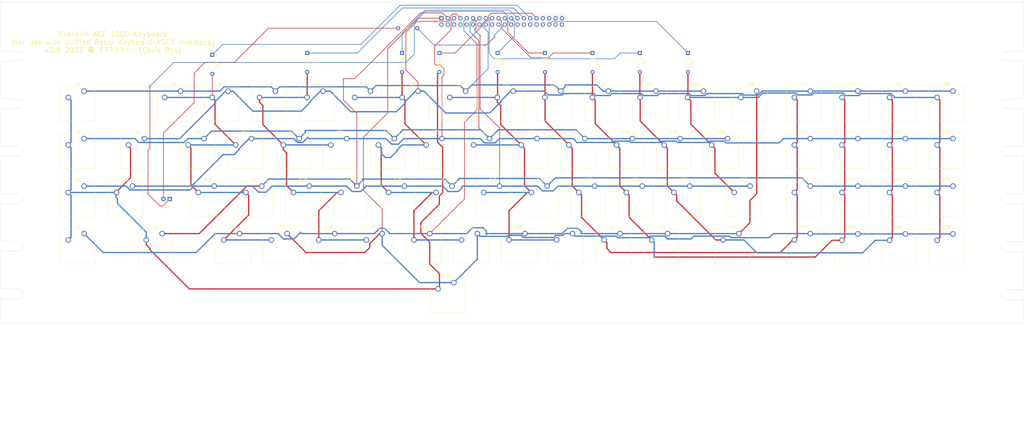
<source format=kicad_pcb>
(kicad_pcb (version 20221018) (generator pcbnew)
  (layers (0 "F.Cu" signal) (31 "B.Cu" signal) (34 "B.Paste" user) (35 "F.Paste" user) (36 "B.SilkS" user "B.Silkscreen") (37 "F.SilkS" user "F.Silkscreen") (38 "B.Mask" user) (39 "F.Mask" user) (44 "Edge.Cuts" user))
  (net 0 "")
  (net 1 "Net-(D1-K)")
  (net 2 "Row7")
  (net 3 "Net-(D2-K)")
  (net 4 "Row6")
  (net 5 "Net-(D3-K)")
  (net 6 "Row5")
  (net 7 "Net-(D4-K)")
  (net 8 "Row4")
  (net 9 "Net-(D5-K)")
  (net 10 "Row3")
  (net 11 "Net-(D6-K)")
  (net 12 "Row2")
  (net 13 "Net-(D7-K)")
  (net 14 "Row1")
  (net 15 "Net-(D8-K)")
  (net 16 "Row0")
  (net 17 "Net-(D9-K)")
  (net 18 "Row9")
  (net 19 "Col7")
  (net 20 "Net-(D10-K)")
  (net 21 "Col6")
  (net 22 "Net-(D10-A)")
  (net 23 "Col5")
  (net 25 "Col4")
  (net 27 "Col3")
  (net 29 "Col2")
  (net 31 "Col1")
  (net 33 "Col0")
  (net 39 "Net-(J1-Pin_22)")
  (footprint "Button_Switch_Keyboard:SW_Cherry_MX_1.00u_Plate" (layer "F.Cu") (at 285.538036 216.170352)
    (fp_text reference "K31")
    (fp_text value "N")
  )
  (footprint "Button_Switch_Keyboard:SW_Cherry_MX_2.25u_Plate" (layer "F.Cu") (at 159.300036 216.170352)
    (fp_text reference "K7")
    (fp_text value "SHIFT")
  )
  (footprint "Button_Switch_Keyboard:SW_Cherry_MX_1.00u_Plate" (layer "F.Cu") (at 180.128036 197.120352)
    (fp_text reference "K10")
    (fp_text value "A")
  )
  (footprint "Button_Switch_Keyboard:SW_Cherry_MX_1.00u_Plate" (layer "F.Cu") (at 361.738036 216.170352)
    (fp_text reference "K52")
    (fp_text value "/ ?")
  )
  (footprint "Button_Switch_Keyboard:SW_Cherry_MX_1.00u_Plate" (layer "F.Cu") (at 309.464836 178.070352)
    (fp_text reference "K38")
    (fp_text value "I")
  )
  (footprint "Button_Switch_Keyboard:SW_Cherry_MX_1.00u_Plate" (layer "F.Cu") (at 218.228036 197.120352)
    (fp_text reference "K18")
    (fp_text value "D")
  )
  (footprint "Button_Switch_Keyboard:SW_Cherry_MX_1.00u_Plate" (layer "F.Cu") (at 366.691036 178.070352)
    (fp_text reference "K58")
    (fp_text value "[ {")
  )
  (footprint "Button_Switch_Keyboard:SW_Cherry_MX_1.00u_Plate" (layer "F.Cu") (at 437.938036 159.020352)
    (fp_text reference "K53")
    (fp_text value "7")
  )
  (footprint "Button_Switch_Keyboard:SW_Cherry_MX_1.00u_Plate" (layer "F.Cu") (at 342.688036 216.170352)
    (fp_text reference "K44")
    (fp_text value ". >")
  )
  (footprint "Button_Switch_Keyboard:SW_Cherry_MX_1.00u_Plate" (layer "F.Cu") (at 176.064036 178.070352)
    (fp_text reference "K9")
    (fp_text value "Q")
  )
  (footprint "Diode_THT:D_DO-35_SOD27_P7.62mm_Horizontal" (layer "F.Cu") (at 293.636036 143.739352 -90)
    (fp_text reference "D4")
    (fp_text value "1N4148")
  )
  (footprint "Button_Switch_Keyboard:SW_Cherry_MX_1.00u_Plate" (layer "F.Cu") (at 328.591036 178.070352)
    (fp_text reference "K42")
    (fp_text value "O")
  )
  (footprint "Button_Switch_Keyboard:SW_Cherry_MX_6.25u_PCB" (layer "F.Cu") (at 276.136036 235.799352)
    (fp_text reference "K32")
    (fp_text value "SPACE")
  )
  (footprint "Diode_THT:D_DO-35_SOD27_P7.62mm_Horizontal" (layer "F.Cu") (at 270.386036 143.739352 -90)
    (fp_text reference "D8")
    (fp_text value "1N4148")
  )
  (footprint "Button_Switch_Keyboard:SW_Cherry_MX_1.00u_Plate" (layer "F.Cu") (at 237.278036 197.120352)
    (fp_text reference "K22")
    (fp_text value "F")
  )
  (footprint "Button_Switch_Keyboard:SW_Cherry_MX_1.00u_Plate" (layer "F.Cu") (at 437.938036 197.120352)
    (fp_text reference "K55")
    (fp_text value "1")
  )
  (footprint "Diode_THT:D_DO-35_SOD27_P7.62mm_Horizontal" (layer "F.Cu") (at 350.636036 143.739352 -90)
    (fp_text reference "D1")
    (fp_text value "1N4148")
  )
  (footprint "Resistor_THT:R_Axial_DIN0207_L6.3mm_D2.5mm_P7.62mm_Horizontal" (layer "F.Cu") (at 253.826036 133.799352)
    (fp_text reference "R1")
    (fp_text value "R = (Vcc – Vd) / Id")
  )
  (footprint "Button_Switch_Keyboard:SW_Cherry_MX_1.00u_Plate" (layer "F.Cu") (at 456.988036 216.297352)
    (fp_text reference "K64")
    (fp_text value "0")
  )
  (footprint "Button_Switch_Keyboard:SW_Cherry_MX_1.00u_Plate" (layer "F.Cu") (at 256.328036 197.120352)
    (fp_text reference "K26")
    (fp_text value "G")
  )
  (footprint "Button_Switch_Keyboard:SW_Cherry_MX_1.00u_Plate" (layer "F.Cu") (at 204.639036 159.020352)
    (fp_text reference "K16")
    (fp_text value "3 #")
  )
  (footprint "Button_Switch_Keyboard:SW_Cherry_MX_1.00u_Plate" (layer "F.Cu") (at 385.741036 178.070352)
    (fp_text reference "K66")
    (fp_text value "] }")
  )
  (footprint "Button_Switch_Keyboard:SW_Cherry_MX_1.00u_Plate" (layer "F.Cu") (at 418.888036 216.170352)
    (fp_text reference "K48")
    (fp_text value "*")
  )
  (footprint "Button_Switch_Keyboard:SW_Cherry_MX_1.00u_Plate" (layer "F.Cu") (at 437.938036 216.297352)
    (fp_text reference "K56")
    (fp_text value ">")
  )
  (footprint "Diode_THT:D_DO-35_SOD27_P7.62mm_Horizontal" (layer "F.Cu") (at 179.386036 144.489352 -90)
    (fp_text reference "D7")
    (fp_text value "1N4148")
  )
  (footprint "Button_Switch_Keyboard:SW_Cherry_MX_1.00u_Plate" (layer "F.Cu") (at 209.338036 216.170352)
    (fp_text reference "K15")
    (fp_text value "X")
  )
  (footprint "Button_Switch_Keyboard:SW_Cherry_MX_1.00u_Plate" (layer "F.Cu") (at 280.839036 159.020352)
    (fp_text reference "K33")
    (fp_text value "7 &")
  )
  (footprint "Diode_THT:D_DO-35_SOD27_P7.62mm_Horizontal" (layer "F.Cu") (at 255.386036 143.739352 -90)
    (fp_text reference "D5")
    (fp_text value "1N4148")
  )
  (footprint "Diode_THT:D_DO-35_SOD27_P7.62mm_Horizontal" (layer "F.Cu") (at 217.386036 143.739352 -90)
    (fp_text reference "D6")
    (fp_text value "1N4148")
  )
  (footprint "Button_Switch_Keyboard:SW_Cherry_MX_1.00u_Plate" (layer "F.Cu") (at 233.214036 178.070352)
    (fp_text reference "K21")
    (fp_text value "R")
  )
  (footprint "Button_Switch_Keyboard:SW_Cherry_MX_1.00u_Plate" (layer "F.Cu") (at 418.888036 197.120352)
    (fp_text reference "K47")
    (fp_text value "+")
  )
  (footprint "Button_Switch_Keyboard:SW_Cherry_MX_1.00u_Plate" (layer "F.Cu") (at 261.789036 159.020352)
    (fp_text reference "K28")
    (fp_text value "6 ^")
  )
  (footprint "Button_Switch_Keyboard:SW_Cherry_MX_1.00u_Plate" (layer "F.Cu") (at 376.089036 159.020352)
    (fp_text reference "K65")
    (fp_text value "+ / =")
  )
  (footprint "Button_Switch_Keyboard:SW_Cherry_MX_1.00u_Plate" (layer "F.Cu") (at 128.058036 159.020352)
    (fp_text reference "K1")
    (fp_text value "ESC")
  )
  (footprint "Button_Switch_Keyboard:SW_Cherry_MX_1.00u_Plate" (layer "F.Cu") (at 313.478036 197.120352)
    (fp_text reference "K39")
    (fp_text value "K")
  )
  (footprint "Button_Switch_Keyboard:SW_Cherry_MX_1.00u_Plate" (layer "F.Cu") (at 337.989036 159.020352)
    (fp_text reference "K49")
    (fp_text value "0 )")
  )
  (footprint "Button_Switch_Keyboard:SW_Cherry_MX_1.25u_Plate" (layer "F.Cu") (at 397.425036 159.020352)
    (fp_text reference "K68")
    (fp_text value "LEFT")
  )
  (footprint "Button_Switch_Keyboard:SW_Cherry_MX_1.00u_Plate" (layer "F.Cu") (at 351.578036 197.120352)
    (fp_text reference "K51")
    (fp_text value "; :")
  )
  (footprint "Button_Switch_Keyboard:SW_Cherry_MX_1.00u_Plate" (layer "F.Cu") (at 185.716036 159.020352)
    (fp_text reference "K12")
    (fp_text value "2 @")
  )
  (footprint "Button_Switch_Keyboard:SW_Cherry_MX_1.00u_Plate" (layer "F.Cu") (at 147.393786 197.1)
    (fp_text reference "K6")
    (fp_text value "LOCK")
  )
  (footprint "Button_Switch_Keyboard:SW_Cherry_MX_1.00u_Plate" (layer "F.Cu") (at 332.528036 197.120352)
    (fp_text reference "K43")
    (fp_text value "L")
  )
  (footprint "Button_Switch_Keyboard:SW_Cherry_MX_1.00u_Plate" (layer "F.Cu") (at 252.264036 178.070352)
    (fp_text reference "K25")
    (fp_text value "T")
  )
  (footprint "Button_Switch_Keyboard:SW_Cherry_MX_1.00u_Plate" (layer "F.Cu") (at 476.038036 178.070352)
    (fp_text reference "K70")
    (fp_text value "6")
  )
  (footprint "Button_Switch_Keyboard:SW_Cherry_MX_1.00u_Plate" (layer "F.Cu") (at 304.588036 216.170352)
    (fp_text reference "K36")
    (fp_text value "M")
  )
  (footprint "Button_Switch_Keyboard:SW_Cherry_MX_1.00u_Plate" (layer "F.Cu") (at 190.288036 216.170352)
    (fp_text reference "K11")
    (fp_text value "Z")
  )
  (footprint "Button_Switch_Keyboard:SW_Cherry_MX_1.00u_Plate" (layer "F.Cu") (at 456.988036 178.070352)
    (fp_text reference "K62")
    (fp_text value "5")
  )
  (footprint "Button_Switch_Keyboard:SW_Cherry_MX_1.00u_Plate" (layer "F.Cu") (at 271.364836 178.070352)
    (fp_text reference "K29")
    (fp_text value "Y")
  )
  (footprint "Button_Switch_Keyboard:SW_Cherry_MX_1.00u_Plate" (layer "F.Cu") (at 128.058036 197.120352)
    (fp_text reference "K3")
    (fp_text value "PAUSE")
  )
  (footprint "Button_Switch_Keyboard:SW_Cherry_MX_1.00u_Plate" (layer "F.Cu") (at 242.739036 159.020352)
    (fp_text reference "K24")
    (fp_text value "5 &")
  )
  (footprint "Button_Switch_Keyboard:SW_Cherry_MX_1.00u_Plate" (layer "F.Cu") (at 166.666036 159.020352)
    (fp_text reference "K8")
    (fp_text value "1 !")
  )
  (footprint "Button_Switch_Keyboard:SW_Cherry_MX_1.00u_Plate" (layer "F.Cu") (at 347.641036 178.070352)
    (fp_text reference "K50")
    (fp_text value "P")
  )
  (footprint "Button_Switch_Keyboard:SW_Cherry_MX_1.00u_Plate" (layer "F.Cu") (at 476.038036 197.120352)
    (fp_text reference "K71")
    (fp_text value "3")
  )
  (footprint "Button_Switch_Keyboard:SW_Cherry_MX_1.00u_Plate" (layer "F.Cu") (at 418.888036 159.020352)
    (fp_text reference "K45")
    (fp_text value "RIGHT")
  )
  (footprint "Button_Switch_Keyboard:SW_Cherry_MX_1.00u_Plate" (layer "F.Cu") (at 357.039036 159.020352)
    (fp_text reference "K57")
    (fp_text value "- / _")
  )
  (footprint "Button_Switch_Keyboard:SW_Cherry_MX_1.00u_Plate" (layer "F.Cu") (at 228.388036 216.170352)
    (fp_text reference "K19")
    (fp_text value "C")
  )
  (footprint "Diode_THT:D_DO-35_SOD27_P7.62mm_Horizontal" (layer "F.Cu") (at 331.636036 143.739352 -90)
    (fp_text reference "D2")
    (fp_text value "1N4148")
  )
  (footprint "Diode_THT:D_DO-35_SOD27_P7.62mm_Horizontal" (layer "F.Cu") (at 369.886036 143.739352 -90)
    (fp_text reference "D9")
    (fp_text value "1N4148")
  )
  (footprint "Button_Switch_Keyboard:SW_Cherry_MX_1.00u_Plate" (layer "F.Cu") (at 247.438036 216.170352)
    (fp_text reference "K23")
    (fp_text value "V")
  )
  (footprint "Button_Switch_Keyboard:SW_Cherry_MX_1.00u_Plate" (layer "F.Cu") (at 128.058036 178.070352)
    (fp_text reference "K2")
    (fp_text value "BREAK")
  )
  (footprint "Button_Switch_Keyboard:SW_Cherry_MX_1.00u_Plate" (layer "F.Cu") (at 476.038036 159.020352)
    (fp_text reference "K69")
    (fp_text value "9")
  )
  (footprint "Button_Switch_Keyboard:SW_Cherry_MX_1.00u_Plate" (layer "F.Cu") (at 456.988036 159.020352)
    (fp_text reference "K61")
    (fp_text value "8")
  )
  (footprint "Button_Switch_Keyboard:SW_Cherry_MX_2.00u_Plate" (layer "F.Cu") (at 390.313036 216.170352)
    (fp_text reference "K60")
    (fp_text value "SHIFT")
  )
  (footprint "Button_Switch_Keyboard:SW_Cherry_MX_1.00u_Plate" (layer "F.Cu") (at 437.938036 178.070352)
    (fp_text reference "K54")
    (fp_text value "4")
  )
  (footprint "Button_Switch_Keyboard:SW_Cherry_MX_1.00u_Plate" (layer "F.Cu") (at 214.164036 178.070352)
    (fp_text reference "K17")
    (fp_text value "E")
  )
  (footprint "Button_Switch_Keyboard:SW_Cherry_MX_1.00u_Plate" (layer "F.Cu") (at 318.939036 159.020352)
    (fp_text reference "K41")
    (fp_text value "9 (")
  )
  (footprint "Button_Switch_Keyboard:SW_Cherry_MX_1.00u_Plate" (layer "F.Cu") (at 195.114036 178.070352)
    (fp_text reference "K13")
    (fp_text value "W")
  )
  (footprint "Button_Switch_Keyboard:SW_Cherry_MX_1.00u_Plate" (layer "F.Cu") (at 290.414836 178.070352)
    (fp_text reference "K34")
    (fp_text value "U")
  )
  (footprint "Button_Switch_Keyboard:SW_Cherry_MX_1.00u_Plate" (layer "F.Cu") (at 294.428036 197.120352)
    (fp_text reference "K35")
    (fp_text value "J")
  )
  (footprint "Button_Switch_Keyboard:SW_Cherry_MX_1.00u_Plate" (layer "F.Cu") (at 370.628036 197.120352)
    (fp_text reference "K59")
    (fp_text value "; \"")
  )
  (footprint "Button_Switch_Keyboard:SW_Cherry_MX_1.00u_Plate" (layer "F.Cu") (at 323.638036 216.170352)
    (fp_text reference "K40")
    (fp_text value ", <")
  )
  (footprint "Button_Switch_Keyboard:SW_Cherry_MX_1.00u_Plate" (layer "F.Cu") (at 275.378036 197.120352)
    (fp_text reference "K30")
    (fp_text value "H")
  )
  (footprint "LED_THT:LED_D3.0mm" (layer "F.Cu") (at 162.353036 202.299352 180)
    (fp_text reference "D10")
    (fp_text value "LED")
  )
  (footprint "Button_Switch_Keyboard:SW_Cherry_MX_1.50u_Plate" (layer "F.Cu") (at 394.758036 197.120352)
    (fp_text reference "K67")
    (fp_text value "RETURN")
  )
  (footprint "Diode_THT:D_DO-35_SOD27_P7.62mm_Horizontal" (layer "F.Cu") (at 312.636036 143.739352 -90)
    (fp_text reference "D3")
    (fp_text value "1N4148")
  )
  (footprint "Button_Switch_Keyboard:SW_Cherry_MX_1.00u_Plate" (layer "F.Cu") (at 266.488036 216.170352)
    (fp_text reference "K27")
    (fp_text value "B")
  )
  (footprint "Button_Switch_Keyboard:SW_Cherry_MX_1.00u_Plate" (layer "F.Cu") (at 476.038036 216.297352)
    (fp_text reference "K72")
    (fp_text value ".")
  )
  (footprint "Button_Switch_Keyboard:SW_Cherry_MX_1.00u_Plate" (layer "F.Cu") (at 418.888036 178.070352)
    (fp_text reference "K46")
    (fp_text value "-")
  )
  (footprint "Button_Switch_Keyboard:SW_Cherry_MX_1.00u_Plate" (layer "F.Cu") (at 199.178036 197.120352)
    (fp_text reference "K14")
    (fp_text value "S")
  )
  (footprint "Button_Switch_Keyboard:SW_Cherry_MX_1.00u_Plate" (layer "F.Cu") (at 128.058036 216.170352)
    (fp_text reference "K4")
    (fp_text value "CTRL")
  )
  (footprint "Button_Switch_Keyboard:SW_Cherry_MX_1.00u_Plate" (layer "F.Cu") (at 223.689036 159.020352)
    (fp_text reference "K20")
    (fp_text value "4 $")
  )
  (footprint "Button_Switch_Keyboard:SW_Cherry_MX_1.00u_Plate" (layer "F.Cu") (at 299.889036 159.020352)
    (fp_text reference "K37")
    (fp_text value "8 *")
  )
  (footprint "Button_Switch_Keyboard:SW_Cherry_MX_1.00u_Plate" (layer "F.Cu") (at 456.988036 197.120352)
    (fp_text reference "K63")
    (fp_text value "2")
  )
  (footprint "Button_Switch_Keyboard:SW_Cherry_MX_1.50u_Plate" (layer "F.Cu") (at 152.156286 178.070352)
    (fp_text reference "K5")
    (fp_text value "TAB")
  )
  (footprint "Connector_PinHeader_2.54mm:PinHeader_2x20_P2.54mm_Vertical" (layer "B.Cu") (at 271.146036 129.799352 -90)
    (fp_text reference "J1")
    (fp_text value "Conn_02x20_Odd_Even")
  )
  (gr_line (start 504.4 166.100352) (end 497.4 166.100352) (stroke (width 0.1)) (layer "Edge.Cuts"))
  (gr_line (start 504.4 204.200352) (end 504.4 219.377352) (stroke (width 0.1)) (layer "Edge.Cuts"))
  (gr_arc (start 101.5 181.150352) (mid 103.5 183.150352) (end 101.5 185.150352) (stroke (width 0.1)) (layer "Edge.Cuts"))
  (gr_line (start 101.5 204.2) (end 94.5 204.2) (stroke (width 0.1)) (layer "Edge.Cuts"))
  (gr_line (start 101.5 238.3) (end 94.4 238.3) (stroke (width 0.1)) (layer "Edge.Cuts"))
  (gr_line (start 94.5 181.150352) (end 101.5 181.150352) (stroke (width 0.1)) (layer "Edge.Cuts"))
  (gr_line (start 497.4 181.150352) (end 504.4 181.150352) (stroke (width 0.1)) (layer "Edge.Cuts"))
  (gr_line (start 504.4 238.577) (end 504.4 223.377352) (stroke (width 0.1)) (layer "Edge.Cuts"))
  (gr_arc (start 497.4 147.1) (mid 495.4 145.1) (end 497.4 143.1) (stroke (width 0.1)) (layer "Edge.Cuts"))
  (gr_line (start 101.5 166.100352) (end 94.5 166.100352) (stroke (width 0.1)) (layer "Edge.Cuts"))
  (gr_arc (start 101.5 162.100352) (mid 103.5 164.100352) (end 101.5 166.100352) (stroke (width 0.1)) (layer "Edge.Cuts"))
  (gr_line (start 94.5 200.2) (end 94.5 185.150352) (stroke (width 0.1)) (layer "Edge.Cuts"))
  (gr_line (start 497.4 162.100352) (end 504.4 162.100352) (stroke (width 0.1)) (layer "Edge.Cuts"))
  (gr_line (start 101.5 147.1) (end 94.5 147.1) (stroke (width 0.1)) (layer "Edge.Cuts"))
  (gr_line (start 504.4 123.4) (end 504.4 143.1) (stroke (width 0.1)) (layer "Edge.Cuts"))
  (gr_line (start 504.4 147.1) (end 504.4 162.100352) (stroke (width 0.1)) (layer "Edge.Cuts"))
  (gr_line (start 94.5 251.9) (end 504.4 251.9) (stroke (width 0.1)) (layer "Edge.Cuts"))
  (gr_line (start 497.4 219.377352) (end 504.4 219.377352) (stroke (width 0.1)) (layer "Edge.Cuts"))
  (gr_arc (start 497.4 204.200352) (mid 495.4 202.200352) (end 497.4 200.200352) (stroke (width 0.1)) (layer "Edge.Cuts"))
  (gr_line (start 94.5 143.1) (end 94.5 123.4) (stroke (width 0.1)) (layer "Edge.Cuts"))
  (gr_line (start 497.4 200.200352) (end 504.4 200.200352) (stroke (width 0.1)) (layer "Edge.Cuts"))
  (gr_arc (start 497.4 223.377352) (mid 495.4 221.377352) (end 497.4 219.377352) (stroke (width 0.1)) (layer "Edge.Cuts"))
  (gr_line (start 94.5 162.100352) (end 101.5 162.100352) (stroke (width 0.1)) (layer "Edge.Cuts"))
  (gr_line (start 504.4 123.4) (end 94.5 123.4) (stroke (width 0.1)) (layer "Edge.Cuts"))
  (gr_line (start 94.5 200.2) (end 101.5 200.2) (stroke (width 0.1)) (layer "Edge.Cuts"))
  (gr_arc (start 101.5 219.250352) (mid 103.5 221.250352) (end 101.5 223.250352) (stroke (width 0.1)) (layer "Edge.Cuts"))
  (gr_arc (start 101.5 143.1) (mid 103.5 145.1) (end 101.5 147.1) (stroke (width 0.1)) (layer "Edge.Cuts"))
  (gr_arc (start 497.4 242.577) (mid 495.4 240.577) (end 497.4 238.577) (stroke (width 0.1)) (layer "Edge.Cuts"))
  (gr_line (start 504.4 166.100352) (end 504.4 181.150352) (stroke (width 0.1)) (layer "Edge.Cuts"))
  (gr_line (start 94.4 238.3) (end 94.4 223.250352) (stroke (width 0.1)) (layer "Edge.Cuts"))
  (gr_line (start 94.5 219.250352) (end 101.5 219.250352) (stroke (width 0.1)) (layer "Edge.Cuts"))
  (gr_line (start 497.4 143.1) (end 504.4 143.1) (stroke (width 0.1)) (layer "Edge.Cuts"))
  (gr_line (start 94.5 143.1) (end 101.5 143.1) (stroke (width 0.1)) (layer "Edge.Cuts"))
  (gr_line (start 497.4 238.577) (end 504.4 238.577) (stroke (width 0.1)) (layer "Edge.Cuts"))
  (gr_line (start 94.5 242.3) (end 101.5 242.3) (stroke (width 0.1)) (layer "Edge.Cuts"))
  (gr_line (start 504.4 242.577) (end 504.4 251.9) (stroke (width 0.1)) (layer "Edge.Cuts"))
  (gr_line (start 94.5 162.100352) (end 94.5 147.1) (stroke (width 0.1)) (layer "Edge.Cuts"))
  (gr_line (start 101.5 185.150352) (end 94.5 185.150352) (stroke (width 0.1)) (layer "Edge.Cuts"))
  (gr_arc (start 497.4 166.100352) (mid 495.4 164.100352) (end 497.4 162.100352) (stroke (width 0.1)) (layer "Edge.Cuts"))
  (gr_arc (start 101.5 238.3) (mid 103.5 240.3) (end 101.5 242.3) (stroke (width 0.1)) (layer "Edge.Cuts"))
  (gr_line (start 94.5 181.150352) (end 94.5 166.100352) (stroke (width 0.1)) (layer "Edge.Cuts"))
  (gr_line (start 101.5 223.250352) (end 94.4 223.250352) (stroke (width 0.1)) (layer "Edge.Cuts"))
  (gr_arc (start 101.5 200.2) (mid 103.5 202.2) (end 101.5 204.2) (stroke (width 0.1)) (layer "Edge.Cuts"))
  (gr_arc (start 497.4 185.150352) (mid 495.4 183.150352) (end 497.4 181.150352) (stroke (width 0.1)) (layer "Edge.Cuts"))
  (gr_line (start 504.4 204.200352) (end 497.4 204.200352) (stroke (width 0.1)) (layer "Edge.Cuts"))
  (gr_line (start 94.5 219.250352) (end 94.5 204.2) (stroke (width 0.1)) (layer "Edge.Cuts"))
  (gr_line (start 504.4 223.377352) (end 497.4 223.377352) (stroke (width 0.1)) (layer "Edge.Cuts"))
  (gr_line (start 504.4 185.150352) (end 504.4 200.200352) (stroke (width 0.1)) (layer "Edge.Cuts"))
  (gr_line (start 94.5 242.3) (end 94.5 251.9) (stroke (width 0.1)) (layer "Edge.Cuts"))
  (gr_line (start 504.4 242.577) (end 497.4 242.577) (stroke (width 0.1)) (layer "Edge.Cuts"))
  (gr_line (start 504.4 185.150352) (end 497.4 185.150352) (stroke (width 0.1)) (layer "Edge.Cuts"))
  (gr_line (start 504.4 147.1) (end 497.4 147.1) (stroke (width 0.1)) (layer "Edge.Cuts"))
  (gr_text "Franklin ACE 1000 Keyboard\n(for use with Unified Retro Keyboard ASCII Interface)\nv0.9 2023 竜 クリストファー (Chris Ryu)" (at 139.7 139.4) (layer "F.SilkS") (effects (font (size 2 2) (thickness 0.3))))
  (segment (start 290.291036 130.974352) (end 291.466036 129.799352) (width 0.25) (layer "B.Cu") (net 1))
  (segment (start 350.636036 143.739352) (end 342.696036 143.739352) (width 0.25) (layer "B.Cu") (net 1))
  (segment (start 290.291036 143.954352) (end 290.291036 130.974352) (width 0.25) (layer "B.Cu") (net 1))
  (segment (start 292.386036 146.049352) (end 340.386036 146.049352) (width 0.25) (layer "B.Cu") (net 1))
  (segment (start 292.386036 146.049352) (end 290.291036 143.954352) (width 0.25) (layer "B.Cu") (net 1))
  (segment (start 342.696036 143.739352) (end 340.386036 146.049352) (width 0.25) (layer "B.Cu") (net 1))
  (segment (start 361.651035 181.920351) (end 360.341036 180.610352) (width 0.5) (layer "F.Cu") (net 2))
  (segment (start 450.638036 218.837352) (end 451.738035 217.737353) (width 0.5) (layer "F.Cu") (net 2))
  (segment (start 365.378035 203.041351) (end 381.047036 218.710352) (width 0.5) (layer "F.Cu") (net 2))
  (segment (start 364.278036 199.660352) (end 361.651035 197.033351) (width 0.5) (layer "F.Cu") (net 2))
  (segment (start 450.638036 199.660352) (end 451.738035 198.560353) (width 0.5) (layer "F.Cu") (net 2))
  (segment (start 350.769037 171.038353) (end 350.769037 161.640353) (width 0.5) (layer "F.Cu") (net 2))
  (segment (start 364.278036 199.660352) (end 365.378035 200.760351) (width 0.5) (layer "F.Cu") (net 2))
  (segment (start 451.738035 181.710351) (end 450.638036 180.610352) (width 0.5) (layer "F.Cu") (net 2))
  (segment (start 451.738035 198.560353) (end 451.738035 181.710351) (width 0.5) (layer "F.Cu") (net 2))
  (segment (start 365.378035 200.760351) (end 365.378035 203.041351) (width 0.5) (layer "F.Cu") (net 2))
  (segment (start 381.047036 218.710352) (end 383.963036 218.710352) (width 0.5) (layer "F.Cu") (net 2))
  (segment (start 451.738035 200.760351) (end 450.638036 199.660352) (width 0.5) (layer "F.Cu") (net 2))
  (segment (start 451.738035 217.737353) (end 451.738035 200.760351) (width 0.5) (layer "F.Cu") (net 2))
  (segment (start 360.341036 180.610352) (end 350.769037 171.038353) (width 0.5) (layer "F.Cu") (net 2))
  (segment (start 451.738035 162.660351) (end 450.638036 161.560352) (width 0.5) (layer "F.Cu") (net 2))
  (segment (start 361.651035 197.033351) (end 361.651035 181.920351) (width 0.5) (layer "F.Cu") (net 2))
  (segment (start 450.638036 180.610352) (end 451.738035 179.510353) (width 0.5) (layer "F.Cu") (net 2))
  (segment (start 451.738035 179.510353) (end 451.738035 162.660351) (width 0.5) (layer "F.Cu") (net 2))
  (segment (start 350.636036 151.359352) (end 350.636036 161.507352) (width 0.5) (layer "F.Cu") (net 2))
  (segment (start 392.297036 218.710352) (end 383.963036 218.710352) (width 0.5) (layer "B.Cu") (net 2))
  (segment (start 450.638036 218.837352) (end 444.927226 218.837352) (width 0.5) (layer "B.Cu") (net 2))
  (segment (start 439.887225 223.877353) (end 397.464037 223.877353) (width 0.5) (layer "B.Cu") (net 2))
  (segment (start 397.464037 223.877353) (end 392.297036 218.710352) (width 0.5) (layer "B.Cu") (net 2))
  (segment (start 444.927226 218.837352) (end 439.887225 223.877353) (width 0.5) (layer "B.Cu") (net 2))
  (segment (start 295.181036 133.844352) (end 295.181036 130.974352) (width 0.25) (layer "F.Cu") (net 3))
  (segment (start 315.946036 143.739352) (end 314.136036 145.549352) (width 0.25) (layer "F.Cu") (net 3))
  (segment (start 314.136036 145.549352) (end 306.886036 145.549352) (width 0.25) (layer "F.Cu") (net 3))
  (segment (start 306.886036 145.549352) (end 295.181036 133.844352) (width 0.25) (layer "F.Cu") (net 3))
  (segment (start 295.181036 130.974352) (end 294.006036 129.799352) (width 0.25) (layer "F.Cu") (net 3))
  (segment (start 331.636036 143.739352) (end 315.946036 143.739352) (width 0.25) (layer "F.Cu") (net 3))
  (segment (start 332.739035 172.058351) (end 341.291036 180.610352) (width 0.5) (layer "F.Cu") (net 4))
  (segment (start 432.688035 200.760351) (end 432.688035 217.737353) (width 0.5) (layer "F.Cu") (net 4))
  (segment (start 420.886036 225.549352) (end 356.386036 225.549352) (width 0.5) (layer "F.Cu") (net 4))
  (segment (start 331.639036 161.560352) (end 332.739035 162.660351) (width 0.5) (layer "F.Cu") (net 4))
  (segment (start 342.601035 181.920351) (end 341.291036 180.610352) (width 0.5) (layer "F.Cu") (net 4))
  (segment (start 432.688035 162.660351) (end 432.688035 179.510353) (width 0.5) (layer "F.Cu") (net 4))
  (segment (start 432.688035 181.710351) (end 432.688035 198.560353) (width 0.5) (layer "F.Cu") (net 4))
  (segment (start 431.588036 199.660352) (end 432.688035 200.760351) (width 0.5) (layer "F.Cu") (net 4))
  (segment (start 431.588036 180.610352) (end 432.688035 181.710351) (width 0.5) (layer "F.Cu") (net 4))
  (segment (start 342.601035 197.033351) (end 342.601035 181.920351) (width 0.5) (layer "F.Cu") (net 4))
  (segment (start 432.688035 198.560353) (end 431.588036 199.660352) (width 0.5) (layer "F.Cu") (net 4))
  (segment (start 431.588036 218.837352) (end 427.598036 218.837352) (width 0.5) (layer "F.Cu") (net 4))
  (segment (start 331.636036 151.359352) (end 331.636036 161.557352) (width 0.5) (layer "F.Cu") (net 4))
  (segment (start 345.228036 199.660352) (end 342.601035 197.033351) (width 0.5) (layer "F.Cu") (net 4))
  (segment (start 346.328035 200.760351) (end 346.328035 209.650351) (width 0.5) (layer "F.Cu") (net 4))
  (segment (start 345.228036 199.660352) (end 346.328035 200.760351) (width 0.5) (layer "F.Cu") (net 4))
  (segment (start 431.588036 161.560352) (end 432.688035 162.660351) (width 0.5) (layer "F.Cu") (net 4))
  (segment (start 332.739035 162.660351) (end 332.739035 172.058351) (width 0.5) (layer "F.Cu") (net 4))
  (segment (start 346.328035 209.650351) (end 355.388036 218.710352) (width 0.5) (layer "F.Cu") (net 4))
  (segment (start 432.688035 179.510353) (end 431.588036 180.610352) (width 0.5) (layer "F.Cu") (net 4))
  (segment (start 427.598036 218.837352) (end 420.886036 225.549352) (width 0.5) (layer "F.Cu") (net 4))
  (segment (start 432.688035 217.737353) (end 431.588036 218.837352) (width 0.5) (layer "F.Cu") (net 4))
  (via (at 356.386036 225.549352) (size 0.8) (drill 0.4) (layers "F.Cu" "B.Cu") (net 4))
  (segment (start 356.386036 219.708352) (end 356.386036 225.549352) (width 0.5) (layer "B.Cu") (net 4))
  (segment (start 355.388036 218.710352) (end 356.386036 219.708352) (width 0.5) (layer "B.Cu") (net 4))
  (segment (start 296.546036 129.799352) (end 297.721036 130.974352) (width 0.25) (layer "F.Cu") (net 5))
  (segment (start 297.721036 135.384352) (end 306.076036 143.739352) (width 0.25) (layer "F.Cu") (net 5))
  (segment (start 306.076036 143.739352) (end 312.636036 143.739352) (width 0.25) (layer "F.Cu") (net 5))
  (segment (start 297.721036 130.974352) (end 297.721036 135.384352) (width 0.25) (layer "F.Cu") (net 5))
  (segment (start 413.638035 179.510353) (end 413.638035 162.660351) (width 0.5) (layer "F.Cu") (net 6))
  (segment (start 413.638035 181.710351) (end 412.538036 180.610352) (width 0.5) (layer "F.Cu") (net 6))
  (segment (start 322.241036 180.610352) (end 312.669037 171.038353) (width 0.5) (layer "F.Cu") (net 6))
  (segment (start 412.538036 199.660352) (end 413.638035 198.560353) (width 0.5) (layer "F.Cu") (net 6))
  (segment (start 326.178036 199.660352) (end 323.551035 197.033351) (width 0.5) (layer "F.Cu") (net 6))
  (segment (start 312.669037 171.038353) (end 312.669037 161.640353) (width 0.5) (layer "F.Cu") (net 6))
  (segment (start 337.438035 219.810351) (end 337.438035 222.101351) (width 0.5) (layer "F.Cu") (net 6))
  (segment (start 339.087037 223.750353) (end 406.858845 223.750353) (width 0.5) (layer "F.Cu") (net 6))
  (segment (start 413.638035 217.610353) (end 413.638035 200.760351) (width 0.5) (layer "F.Cu") (net 6))
  (segment (start 413.638035 200.760351) (end 412.538036 199.660352) (width 0.5) (layer "F.Cu") (net 6))
  (segment (start 336.338036 218.710352) (end 337.438035 219.810351) (width 0.5) (layer "F.Cu") (net 6))
  (segment (start 323.551035 181.920351) (end 322.241036 180.610352) (width 0.5) (layer "F.Cu") (net 6))
  (segment (start 412.538036 180.610352) (end 413.638035 179.510353) (width 0.5) (layer "F.Cu") (net 6))
  (segment (start 327.278035 200.760351) (end 327.278035 209.650351) (width 0.5) (layer "F.Cu") (net 6))
  (segment (start 413.638035 198.560353) (end 413.638035 181.710351) (width 0.5) (layer "F.Cu") (net 6))
  (segment (start 412.538036 218.710352) (end 413.638035 217.610353) (width 0.5) (layer "F.Cu") (net 6))
  (segment (start 327.278035 209.650351) (end 336.338036 218.710352) (width 0.5) (layer "F.Cu") (net 6))
  (segment (start 323.551035 197.033351) (end 323.551035 181.920351) (width 0.5) (layer "F.Cu") (net 6))
  (segment (start 337.438035 222.101351) (end 339.087037 223.750353) (width 0.5) (layer "F.Cu") (net 6))
  (segment (start 413.638035 162.660351) (end 412.538036 161.560352) (width 0.5) (layer "F.Cu") (net 6))
  (segment (start 406.858845 223.750353) (end 411.898846 218.710352) (width 0.5) (layer "F.Cu") (net 6))
  (segment (start 312.636036 151.359352) (end 312.636036 161.513352) (width 0.5) (layer "F.Cu") (net 6))
  (segment (start 326.178036 199.660352) (end 327.278035 200.760351) (width 0.5) (layer "F.Cu") (net 6))
  (segment (start 300.386036 131.099352) (end 299.086036 129.799352) (width 0.25) (layer "B.Cu") (net 7))
  (segment (start 293.636036 143.739352) (end 300.386036 136.989352) (width 0.25) (layer "B.Cu") (net 7))
  (segment (start 300.386036 136.989352) (end 300.386036 131.099352) (width 0.25) (layer "B.Cu") (net 7))
  (segment (start 294.886036 164.808162) (end 294.886036 172.381552) (width 0.5) (layer "F.Cu") (net 8))
  (segment (start 304.424835 181.920351) (end 303.114836 180.610352) (width 0.5) (layer "F.Cu") (net 8))
  (segment (start 293.539036 163.461162) (end 294.886036 164.808162) (width 0.5) (layer "F.Cu") (net 8))
  (segment (start 298.238036 206.994718) (end 305.572402 199.660352) (width 0.5) (layer "F.Cu") (net 8))
  (segment (start 307.128036 199.660352) (end 304.424835 196.957151) (width 0.5) (layer "F.Cu") (net 8))
  (segment (start 293.539036 161.560352) (end 293.539036 163.461162) (width 0.5) (layer "F.Cu") (net 8))
  (segment (start 305.572402 199.660352) (end 307.128036 199.660352) (width 0.5) (layer "F.Cu") (net 8))
  (segment (start 304.424835 196.957151) (end 304.424835 181.920351) (width 0.5) (layer "F.Cu") (net 8))
  (segment (start 298.238036 218.710352) (end 298.238036 206.994718) (width 0.5) (layer "F.Cu") (net 8))
  (segment (start 294.886036 172.381552) (end 303.114836 180.610352) (width 0.5) (layer "F.Cu") (net 8))
  (segment (start 293.636036 151.359352) (end 293.636036 161.463352) (width 0.5) (layer "F.Cu") (net 8))
  (segment (start 288.078036 199.660352) (end 307.128036 199.660352) (width 0.5) (layer "B.Cu") (net 8))
  (segment (start 284.064836 180.610352) (end 303.114836 180.610352) (width 0.5) (layer "B.Cu") (net 8))
  (segment (start 298.238036 218.710352) (end 317.288036 218.710352) (width 0.5) (layer "B.Cu") (net 8))
  (segment (start 274.489036 161.560352) (end 293.539036 161.560352) (width 0.5) (layer "B.Cu") (net 8))
  (segment (start 255.386036 143.739352) (end 255.386036 135.799352) (width 0.25) (layer "B.Cu") (net 9))
  (segment (start 298.376036 126.549352) (end 301.626036 129.799352) (width 0.25) (layer "B.Cu") (net 9))
  (segment (start 264.636036 126.549352) (end 298.376036 126.549352) (width 0.25) (layer "B.Cu") (net 9))
  (segment (start 255.386036 135.799352) (end 264.636036 126.549352) (width 0.25) (layer "B.Cu") (net 9))
  (segment (start 245.914036 180.610352) (end 247.014035 181.710351) (width 0.5) (layer "F.Cu") (net 10))
  (segment (start 255.386036 151.359352) (end 255.386036 161.507352) (width 0.5) (layer "F.Cu") (net 10))
  (segment (start 256.539035 172.134551) (end 265.014836 180.610352) (width 0.5) (layer "F.Cu") (net 10))
  (segment (start 260.138036 206.994718) (end 267.472402 199.660352) (width 0.5) (layer "F.Cu") (net 10))
  (segment (start 256.539035 162.660351) (end 256.539035 172.134551) (width 0.5) (layer "F.Cu") (net 10))
  (segment (start 247.014035 181.710351) (end 247.014035 196.696351) (width 0.5) (layer "F.Cu") (net 10))
  (segment (start 247.014035 196.696351) (end 249.978036 199.660352) (width 0.5) (layer "F.Cu") (net 10))
  (segment (start 255.439036 161.560352) (end 256.539035 162.660351) (width 0.5) (layer "F.Cu") (net 10))
  (segment (start 260.138036 218.710352) (end 260.138036 206.994718) (width 0.5) (layer "F.Cu") (net 10))
  (segment (start 267.472402 199.660352) (end 269.028036 199.660352) (width 0.5) (layer "F.Cu") (net 10))
  (segment (start 253.454035 182.591163) (end 255.434846 180.610352) (width 0.5) (layer "B.Cu") (net 10))
  (segment (start 245.914036 180.610352) (end 247.224035 181.920351) (width 0.5) (layer "B.Cu") (net 10))
  (segment (start 236.389036 161.560352) (end 255.439036 161.560352) (width 0.5) (layer "B.Cu") (net 10))
  (segment (start 269.028036 199.660352) (end 249.978036 199.660352) (width 0.5) (layer "B.Cu") (net 10))
  (segment (start 253.454035 182.955889) (end 253.454035 182.591163) (width 0.5) (layer "B.Cu") (net 10))
  (segment (start 260.138036 218.710352) (end 279.188036 218.710352) (width 0.5) (layer "B.Cu") (net 10))
  (segment (start 247.224035 181.920351) (end 247.224035 184.185887) (width 0.5) (layer "B.Cu") (net 10))
  (segment (start 247.224035 184.185887) (end 248.688501 185.650353) (width 0.5) (layer "B.Cu") (net 10))
  (segment (start 248.688501 185.650353) (end 250.759571 185.650353) (width 0.5) (layer "B.Cu") (net 10))
  (segment (start 250.759571 185.650353) (end 253.454035 182.955889) (width 0.5) (layer "B.Cu") (net 10))
  (segment (start 255.434846 180.610352) (end 265.014836 180.610352) (width 0.5) (layer "B.Cu") (net 10))
  (segment (start 304.166036 129.799352) (end 300.066684 125.7) (width 0.25) (layer "B.Cu") (net 11))
  (segment (start 237.446036 143.739352) (end 217.386036 143.739352) (width 0.25) (layer "B.Cu") (net 11))
  (segment (start 255.485388 125.7) (end 237.446036 143.739352) (width 0.25) (layer "B.Cu") (net 11))
  (segment (start 300.066684 125.7) (end 255.485388 125.7) (width 0.25) (layer "B.Cu") (net 11))
  (segment (start 198.289036 161.560352) (end 198.289036 163.461162) (width 0.5) (layer "F.Cu") (net 12))
  (segment (start 198.289036 163.461162) (end 199.636036 164.808162) (width 0.5) (layer "F.Cu") (net 12))
  (segment (start 222.038036 206.994718) (end 229.372402 199.660352) (width 0.5) (layer "F.Cu") (net 12))
  (segment (start 209.136036 196.918352) (end 211.878036 199.660352) (width 0.5) (layer "F.Cu") (net 12))
  (segment (start 199.636036 164.808162) (end 199.636036 172.432352) (width 0.5) (layer "F.Cu") (net 12))
  (segment (start 199.636036 172.432352) (end 207.814036 180.610352) (width 0.5) (layer "F.Cu") (net 12))
  (segment (start 217.386036 151.359352) (end 217.386036 161.513352) (width 0.5) (layer "F.Cu") (net 12))
  (segment (start 209.136036 183.833162) (end 209.136036 196.918352) (width 0.5) (layer "F.Cu") (net 12))
  (segment (start 207.814036 182.511162) (end 209.136036 183.833162) (width 0.5) (layer "F.Cu") (net 12))
  (segment (start 207.814036 180.610352) (end 207.814036 182.511162) (width 0.5) (layer "F.Cu") (net 12))
  (segment (start 229.372402 199.660352) (end 230.928036 199.660352) (width 0.5) (layer "F.Cu") (net 12))
  (segment (start 222.038036 218.710352) (end 222.038036 206.994718) (width 0.5) (layer "F.Cu") (net 12))
  (segment (start 211.878036 199.660352) (end 230.928036 199.660352) (width 0.5) (layer "B.Cu") (net 12))
  (segment (start 222.038036 218.710352) (end 241.088036 218.710352) (width 0.5) (layer "B.Cu") (net 12))
  (segment (start 207.814036 180.610352) (end 226.864036 180.610352) (width 0.5) (layer "B.Cu") (net 12))
  (segment (start 198.289036 161.560352) (end 217.339036 161.560352) (width 0.5) (layer "B.Cu") (net 12))
  (segment (start 301.506036 124.599352) (end 254.586036 124.599352) (width 0.25) (layer "B.Cu") (net 13))
  (segment (start 306.706036 129.799352) (end 301.506036 124.599352) (width 0.25) (layer "B.Cu") (net 13))
  (segment (start 238.886036 140.299352) (end 183.576036 140.299352) (width 0.25) (layer "B.Cu") (net 13))
  (segment (start 183.576036 140.299352) (end 179.386036 144.489352) (width 0.25) (layer "B.Cu") (net 13))
  (segment (start 254.586036 124.599352) (end 238.886036 140.299352) (width 0.25) (layer "B.Cu") (net 13))
  (segment (start 180.466035 162.660351) (end 180.466035 172.312351) (width 0.5) (layer "F.Cu") (net 14))
  (segment (start 169.714036 180.610352) (end 170.814035 181.710351) (width 0.5) (layer "F.Cu") (net 14))
  (segment (start 193.928035 208.720353) (end 183.938036 218.710352) (width 0.5) (layer "F.Cu") (net 14))
  (segment (start 192.828036 199.660352) (end 193.928035 200.760351) (width 0.5) (layer "F.Cu") (net 14))
  (segment (start 179.366036 161.560352) (end 180.466035 162.660351) (width 0.5) (layer "F.Cu") (net 14))
  (segment (start 179.386036 152.109352) (end 179.386036 161.540352) (width 0.25) (layer "F.Cu") (net 14))
  (segment (start 170.814035 196.696351) (end 173.778036 199.660352) (width 0.5) (layer "F.Cu") (net 14))
  (segment (start 170.814035 181.710351) (end 170.814035 196.696351) (width 0.5) (layer "F.Cu") (net 14))
  (segment (start 180.466035 172.312351) (end 188.764036 180.610352) (width 0.5) (layer "F.Cu") (net 14))
  (segment (start 193.928035 200.760351) (end 193.928035 208.720353) (width 0.5) (layer "F.Cu") (net 14))
  (segment (start 183.938036 218.710352) (end 202.988036 218.710352) (width 0.5) (layer "B.Cu") (net 14))
  (segment (start 169.714036 180.610352) (end 188.764036 180.610352) (width 0.5) (layer "B.Cu") (net 14))
  (segment (start 173.778036 199.660352) (end 192.828036 199.660352) (width 0.5) (layer "B.Cu") (net 14))
  (segment (start 160.316036 161.560352) (end 179.366036 161.560352) (width 0.5) (layer "B.Cu") (net 14))
  (segment (start 287.636036 132.751053) (end 287.636036 131.967651) (width 0.25) (layer "F.Cu") (net 15))
  (segment (start 307.246036 127.799352) (end 309.246036 129.799352) (width 0.25) (layer "F.Cu") (net 15))
  (segment (start 291.136036 127.799352) (end 307.246036 127.799352) (width 0.25) (layer "F.Cu") (net 15))
  (segment (start 270.386036 143.739352) (end 276.647737 143.739352) (width 0.25) (layer "F.Cu") (net 15))
  (segment (start 290.136036 128.799352) (end 291.136036 127.799352) (width 0.25) (layer "F.Cu") (net 15))
  (segment (start 288.554335 131.049352) (end 289.386036 131.049352) (width 0.25) (layer "F.Cu") (net 15))
  (segment (start 287.636036 131.967651) (end 288.554335 131.049352) (width 0.25) (layer "F.Cu") (net 15))
  (segment (start 289.386036 131.049352) (end 290.136036 130.299352) (width 0.25) (layer "F.Cu") (net 15))
  (segment (start 290.136036 130.299352) (end 290.136036 128.799352) (width 0.25) (layer "F.Cu") (net 15))
  (segment (start 276.647737 143.739352) (end 287.636036 132.751053) (width 0.25) (layer "F.Cu") (net 15))
  (segment (start 271.636036 199.799352) (end 270.338035 201.097353) (width 0.5) (layer "F.Cu") (net 16))
  (segment (start 269.586037 179.499353) (end 271.636036 181.549352) (width 0.5) (layer "F.Cu") (net 16))
  (segment (start 152.950036 218.710352) (end 152.950036 220.611162) (width 0.5) (layer "F.Cu") (net 16))
  (segment (start 146.636036 182.049352) (end 146.636036 193.782352) (width 0.5) (layer "F.Cu") (net 16))
  (segment (start 269.586037 152.159351) (end 269.586037 179.499353) (width 0.5) (layer "F.Cu") (net 16))
  (segment (start 266.448037 219.611353) (end 266.448037 228.361353) (width 0.5) (layer "F.Cu") (net 16))
  (segment (start 270.386036 151.359352) (end 269.586037 152.159351) (width 0.5) (layer "F.Cu") (net 16))
  (segment (start 271.636036 181.549352) (end 271.636036 199.799352) (width 0.5) (layer "F.Cu") (net 16))
  (segment (start 145.965036 181.378352) (end 146.636036 182.049352) (width 0.5) (layer "F.Cu") (net 16))
  (segment (start 270.378037 232.291353) (end 270.378037 237.747351) (width 0.5) (layer "F.Cu") (net 16))
  (segment (start 262.886036 216.049352) (end 266.448037 219.611353) (width 0.5) (layer "F.Cu") (net 16))
  (segment (start 154.386036 222.549352) (end 170.176036 238.339352) (width 0.5) (layer "F.Cu") (net 16))
  (segment (start 262.886036 211.799352) (end 262.886036 216.049352) (width 0.5) (layer "F.Cu") (net 16))
  (segment (start 146.636036 193.782352) (end 140.758036 199.660352) (width 0.5) (layer "F.Cu") (net 16))
  (segment (start 170.176036 238.339352) (end 269.786036 238.339352) (width 0.5) (layer "F.Cu") (net 16))
  (segment (start 270.338035 204.347353) (end 262.886036 211.799352) (width 0.5) (layer "F.Cu") (net 16))
  (segment (start 266.448037 228.361353) (end 270.378037 232.291353) (width 0.5) (layer "F.Cu") (net 16))
  (segment (start 154.386036 222.047162) (end 154.386036 222.549352) (width 0.5) (layer "F.Cu") (net 16))
  (segment (start 152.950036 220.611162) (end 154.386036 222.047162) (width 0.5) (layer "F.Cu") (net 16))
  (segment (start 270.338035 201.097353) (end 270.338035 204.347353) (width 0.5) (layer "F.Cu") (net 16))
  (segment (start 121.708036 161.560352) (end 122.808035 162.660351) (width 0.5) (layer "B.Cu") (net 16))
  (segment (start 122.808035 181.710351) (end 122.808035 198.560353) (width 0.5) (layer "B.Cu") (net 16))
  (segment (start 140.758036 199.660352) (end 140.758036 201.561162) (width 0.5) (layer "B.Cu") (net 16))
  (segment (start 122.808035 198.560353) (end 121.708036 199.660352) (width 0.5) (layer "B.Cu") (net 16))
  (segment (start 121.708036 180.610352) (end 122.808035 181.710351) (width 0.5) (layer "B.Cu") (net 16))
  (segment (start 152.950036 215.613352) (end 152.950036 218.710352) (width 0.5) (layer "B.Cu") (net 16))
  (segment (start 140.758036 201.561162) (end 141.386036 202.189162) (width 0.5) (layer "B.Cu") (net 16))
  (segment (start 121.708036 199.660352) (end 140.758036 199.660352) (width 0.5) (layer "B.Cu") (net 16))
  (segment (start 122.808035 217.610353) (end 121.708036 218.710352) (width 0.5) (layer "B.Cu") (net 16))
  (segment (start 122.808035 200.760351) (end 122.808035 217.610353) (width 0.5) (layer "B.Cu") (net 16))
  (segment (start 121.708036 199.660352) (end 122.808035 200.760351) (width 0.5) (layer "B.Cu") (net 16))
  (segment (start 141.386036 204.049352) (end 152.950036 215.613352) (width 0.5) (layer "B.Cu") (net 16))
  (segment (start 122.808035 179.510353) (end 121.708036 180.610352) (width 0.5) (layer "B.Cu") (net 16))
  (segment (start 141.386036 202.189162) (end 141.386036 204.049352) (width 0.5) (layer "B.Cu") (net 16))
  (segment (start 122.808035 162.660351) (end 122.808035 179.510353) (width 0.5) (layer "B.Cu") (net 16))
  (segment (start 315.616036 131.049352) (end 357.196036 131.049352) (width 0.25) (layer "B.Cu") (net 17))
  (segment (start 357.196036 131.049352) (end 369.886036 143.739352) (width 0.25) (layer "B.Cu") (net 17))
  (segment (start 314.326036 132.339352) (end 315.616036 131.049352) (width 0.25) (layer "B.Cu") (net 17))
  (segment (start 469.688036 161.560352) (end 470.788035 162.660351) (width 0.5) (layer "F.Cu") (net 18))
  (segment (start 379.391036 180.610352) (end 371.049035 172.268351) (width 0.5) (layer "F.Cu") (net 18))
  (segment (start 380.701035 191.953351) (end 380.701035 181.920351) (width 0.5) (layer "F.Cu") (net 18))
  (segment (start 470.788035 181.710351) (end 470.788035 198.560353) (width 0.5) (layer "F.Cu") (net 18))
  (segment (start 371.049035 172.268351) (end 371.049035 162.870351) (width 0.5) (layer "F.Cu") (net 18))
  (segment (start 470.788035 217.737353) (end 469.688036 218.837352) (width 0.5) (layer "F.Cu") (net 18))
  (segment (start 369.886036 151.359352) (end 369.886036 161.413352) (width 0.5) (layer "F.Cu") (net 18))
  (segment (start 470.788035 179.510353) (end 469.688036 180.610352) (width 0.5) (layer "F.Cu") (net 18))
  (segment (start 371.049035 162.870351) (end 369.739036 161.560352) (width 0.5) (layer "F.Cu") (net 18))
  (segment (start 470.788035 162.660351) (end 470.788035 179.510353) (width 0.5) (layer "F.Cu") (net 18))
  (segment (start 388.408036 199.660352) (end 380.701035 191.953351) (width 0.5) (layer "F.Cu") (net 18))
  (segment (start 380.701035 181.920351) (end 379.391036 180.610352) (width 0.5) (layer "F.Cu") (net 18))
  (segment (start 470.788035 200.760351) (end 470.788035 217.737353) (width 0.5) (layer "F.Cu") (net 18))
  (segment (start 470.788035 198.560353) (end 469.688036 199.660352) (width 0.5) (layer "F.Cu") (net 18))
  (segment (start 469.688036 199.660352) (end 470.788035 200.760351) (width 0.5) (layer "F.Cu") (net 18))
  (segment (start 469.688036 180.610352) (end 470.788035 181.710351) (width 0.5) (layer "F.Cu") (net 18))
  (segment (start 413.907036 160.570352) (end 413.136036 159.799352) (width 0.5) (layer "B.Cu") (net 18))
  (segment (start 433.019068 160.799352) (end 432.019068 159.799352) (width 0.5) (layer "B.Cu") (net 18))
  (segment (start 398.067018 161.560352) (end 391.075036 161.560352) (width 0.5) (layer "B.Cu") (net 18))
  (segment (start 413.136036 159.799352) (end 399.828018 159.799352) (width 0.5) (layer "B.Cu") (net 18))
  (segment (start 469.688036 161.560352) (end 452.830068 161.560352) (width 0.5) (layer "B.Cu") (net 18))
  (segment (start 432.019068 159.799352) (end 420.301068 159.799352) (width 0.5) (layer "B.Cu") (net 18))
  (segment (start 399.828018 159.799352) (end 398.067018 161.560352) (width 0.5) (layer "B.Cu") (net 18))
  (segment (start 438.351068 160.799352) (end 433.019068 160.799352) (width 0.5) (layer "B.Cu") (net 18))
  (segment (start 420.301068 159.799352) (end 419.530068 160.570352) (width 0.5) (layer "B.Cu") (net 18))
  (segment (start 439.140068 160.010352) (end 438.351068 160.799352) (width 0.5) (layer "B.Cu") (net 18))
  (segment (start 391.075036 161.560352) (end 369.739036 161.560352) (width 0.5) (layer "B.Cu") (net 18))
  (segment (start 452.830068 161.560352) (end 451.280068 160.010352) (width 0.5) (layer "B.Cu") (net 18))
  (segment (start 451.280068 160.010352) (end 439.140068 160.010352) (width 0.5) (layer "B.Cu") (net 18))
  (segment (start 419.530068 160.570352) (end 413.907036 160.570352) (width 0.5) (layer "B.Cu") (net 18))
  (segment (start 247.438036 206.351352) (end 239.886036 198.799352) (width 0.25) (layer "F.Cu") (net 19))
  (segment (start 242.398035 221.787353) (end 242.398035 220.214817) (width 0.5) (layer "F.Cu") (net 19))
  (segment (start 242.398035 220.214817) (end 246.4425 216.170352) (width 0.5) (layer "F.Cu") (net 19))
  (segment (start 247.438036 216.170352) (end 247.438036 206.351352) (width 0.25) (layer "F.Cu") (net 19))
  (segment (start 239.886036 177.549352) (end 249.636036 167.799352) (width 0.25) (layer "F.Cu") (net 19))
  (segment (start 216.918037 223.750353) (end 240.435035 223.750353) (width 0.5) (layer "F.Cu") (net 19))
  (segment (start 249.636036 142.049352) (end 261.886036 129.799352) (width 0.25) (layer "F.Cu") (net 19))
  (segment (start 261.886036 129.799352) (end 271.146036 129.799352) (width 0.25) (layer "F.Cu") (net 19))
  (segment (start 246.4425 216.170352) (end 247.438036 216.170352) (width 0.5) (layer "F.Cu") (net 19))
  (segment (start 249.636036 167.799352) (end 249.636036 142.049352) (width 0.25) (layer "F.Cu") (net 19))
  (segment (start 240.435035 223.750353) (end 242.398035 221.787353) (width 0.5) (layer "F.Cu") (net 19))
  (segment (start 209.338036 216.170352) (end 216.918037 223.750353) (width 0.5) (layer "F.Cu") (net 19))
  (segment (start 239.886036 198.799352) (end 239.886036 177.549352) (width 0.25) (layer "F.Cu") (net 19))
  (segment (start 247.438036 216.170352) (end 247.438036 220.851352) (width 0.5) (layer "B.Cu") (net 19))
  (segment (start 341.247036 217.160352) (end 341.886036 217.799352) (width 0.5) (layer "B.Cu") (net 19))
  (segment (start 360.53052 217.154868) (end 361.675004 218.299352) (width 0.5) (layer "B.Cu") (net 19))
  (segment (start 371.136036 218.299352) (end 372.275036 217.160352) (width 0.5) (layer "B.Cu") (net 19))
  (segment (start 456.988036 216.297352) (end 437.938036 216.297352) (width 0.5) (layer "B.Cu") (net 19))
  (segment (start 437.938036 216.297352) (end 419.015036 216.297352) (width 0.5) (layer "B.Cu") (net 19))
  (segment (start 247.438036 220.851352) (end 262.386036 235.799352) (width 0.5) (layer "B.Cu") (net 19))
  (segment (start 324.628036 217.160352) (end 341.247036 217.160352) (width 0.5) (layer "B.Cu") (net 19))
  (segment (start 341.886036 217.799352) (end 354.107004 217.799352) (width 0.5) (layer "B.Cu") (net 19))
  (segment (start 285.538036 216.170352) (end 286.638035 217.270351) (width 0.5) (layer "B.Cu") (net 19))
  (segment (start 323.638036 216.170352) (end 320.504986 216.170352) (width 0.5) (layer "B.Cu") (net 19))
  (segment (start 285.538036 226.397352) (end 285.538036 216.170352) (width 0.5) (layer "B.Cu") (net 19))
  (segment (start 404.015036 216.170352) (end 418.888036 216.170352) (width 0.5) (layer "B.Cu") (net 19))
  (segment (start 372.275036 217.160352) (end 386.497036 217.160352) (width 0.5) (layer "B.Cu") (net 19))
  (segment (start 323.638036 216.170352) (end 324.628036 217.160352) (width 0.5) (layer "B.Cu") (net 19))
  (segment (start 303.096004 216.870352) (end 303.946004 217.720352) (width 0.5) (layer "B.Cu") (net 19))
  (segment (start 297.486037 217.270351) (end 297.886036 216.870352) (width 0.5) (layer "B.Cu") (net 19))
  (segment (start 276.136036 235.799352) (end 285.538036 226.397352) (width 0.5) (layer "B.Cu") (net 19))
  (segment (start 262.386036 235.799352) (end 276.136036 235.799352) (width 0.5) (layer "B.Cu") (net 19))
  (segment (start 354.107004 217.799352) (end 354.751488 217.154868) (width 0.5) (layer "B.Cu") (net 19))
  (segment (start 387.136036 217.799352) (end 402.386036 217.799352) (width 0.5) (layer "B.Cu") (net 19))
  (segment (start 402.386036 217.799352) (end 404.015036 216.170352) (width 0.5) (layer "B.Cu") (net 19))
  (segment (start 319.804985 216.870352) (end 320.215036 216.460301) (width 0.5) (layer "B.Cu") (net 19))
  (segment (start 361.675004 218.299352) (end 371.136036 218.299352) (width 0.5) (layer "B.Cu") (net 19))
  (segment (start 316.886036 216.870352) (end 319.804985 216.870352) (width 0.5) (layer "B.Cu") (net 19))
  (segment (start 476.038036 216.297352) (end 456.988036 216.297352) (width 0.5) (layer "B.Cu") (net 19))
  (segment (start 386.497036 217.160352) (end 387.136036 217.799352) (width 0.5) (layer "B.Cu") (net 19))
  (segment (start 297.886036 216.870352) (end 303.096004 216.870352) (width 0.5) (layer "B.Cu") (net 19))
  (segment (start 316.036036 217.720352) (end 316.886036 216.870352) (width 0.5) (layer "B.Cu") (net 19))
  (segment (start 303.946004 217.720352) (end 316.036036 217.720352) (width 0.5) (layer "B.Cu") (net 19))
  (segment (start 286.638035 217.270351) (end 297.486037 217.270351) (width 0.5) (layer "B.Cu") (net 19))
  (segment (start 354.751488 217.154868) (end 360.53052 217.154868) (width 0.5) (layer "B.Cu") (net 19))
  (segment (start 154.386036 157.049352) (end 154.386036 181.886938) (width 0.25) (layer "F.Cu") (net 20))
  (segment (start 153.630035 200.293351) (end 158.386036 205.049352) (width 0.25) (layer "F.Cu") (net 20))
  (segment (start 158.386036 205.049352) (end 159.603036 205.049352) (width 0.25) (layer "F.Cu") (net 20))
  (segment (start 159.603036 205.049352) (end 162.353036 202.299352) (width 0.25) (layer "F.Cu") (net 20))
  (segment (start 153.630035 182.642939) (end 153.630035 200.293351) (width 0.25) (layer "F.Cu") (net 20))
  (segment (start 154.386036 181.886938) (end 153.630035 182.642939) (width 0.25) (layer "F.Cu") (net 20))
  (via (at 154.386036 157.049352) (size 0.8) (drill 0.4) (layers "F.Cu" "B.Cu") (net 20))
  (segment (start 264.772432 127.049352) (end 260.321036 131.500748) (width 0.25) (layer "B.Cu") (net 20))
  (segment (start 260.321036 131.500748) (end 260.321036 144.114352) (width 0.25) (layer "B.Cu") (net 20))
  (segment (start 299.086036 132.339352) (end 297.721036 130.974352) (width 0.25) (layer "B.Cu") (net 20))
  (segment (start 163.886036 147.549352) (end 154.386036 157.049352) (width 0.25) (layer "B.Cu") (net 20))
  (segment (start 297.721036 128.884352) (end 295.886036 127.049352) (width 0.25) (layer "B.Cu") (net 20))
  (segment (start 256.886036 147.549352) (end 163.886036 147.549352) (width 0.25) (layer "B.Cu") (net 20))
  (segment (start 260.321036 144.114352) (end 256.886036 147.549352) (width 0.25) (layer "B.Cu") (net 20))
  (segment (start 297.721036 130.974352) (end 297.721036 128.884352) (width 0.25) (layer "B.Cu") (net 20))
  (segment (start 295.886036 127.049352) (end 264.772432 127.049352) (width 0.25) (layer "B.Cu") (net 20))
  (segment (start 159.300036 216.170352) (end 174.126004 216.170352) (width 0.5) (layer "F.Cu") (net 21))
  (segment (start 193.176004 197.120352) (end 199.178036 197.120352) (width 0.5) (layer "F.Cu") (net 21))
  (segment (start 273.686036 129.799352) (end 271.554378 127.667694) (width 0.25) (layer "F.Cu") (net 21))
  (segment (start 236.386036 154.049352) (end 231.886036 154.049352) (width 0.25) (layer "F.Cu") (net 21))
  (segment (start 231.886036 154.049352) (end 231.886036 162.599766) (width 0.25) (layer "F.Cu") (net 21))
  (segment (start 237.278036 167.991766) (end 237.278036 197.120352) (width 0.25) (layer "F.Cu") (net 21))
  (segment (start 174.126004 216.170352) (end 193.176004 197.120352) (width 0.5) (layer "F.Cu") (net 21))
  (segment (start 231.886036 162.599766) (end 237.278036 167.991766) (width 0.25) (layer "F.Cu") (net 21))
  (segment (start 262.767694 127.667694) (end 236.386036 154.049352) (width 0.25) (layer "F.Cu") (net 21))
  (segment (start 271.554378 127.667694) (end 262.767694 127.667694) (width 0.25) (layer "F.Cu") (net 21))
  (segment (start 310.407036 194.049352) (end 313.478036 197.120352) (width 0.5) (layer "B.Cu") (net 21))
  (segment (start 239.636036 194.762352) (end 239.636036 194.299352) (width 0.5) (layer "B.Cu") (net 21))
  (segment (start 316.799036 193.799352) (end 415.567036 193.799352) (width 0.5) (layer "B.Cu") (net 21))
  (segment (start 201.999036 194.299352) (end 234.457036 194.299352) (width 0.5) (layer "B.Cu") (net 21))
  (segment (start 272.557036 194.299352) (end 275.378036 197.120352) (width 0.5) (layer "B.Cu") (net 21))
  (segment (start 239.636036 194.299352) (end 272.557036 194.299352) (width 0.5) (layer "B.Cu") (net 21))
  (segment (start 278.136036 194.362352) (end 278.136036 194.049352) (width 0.5) (layer "B.Cu") (net 21))
  (segment (start 237.278036 197.120352) (end 239.636036 194.762352) (width 0.5) (layer "B.Cu") (net 21))
  (segment (start 456.988036 197.120352) (end 476.038036 197.120352) (width 0.5) (layer "B.Cu") (net 21))
  (segment (start 234.457036 194.299352) (end 237.278036 197.120352) (width 0.5) (layer "B.Cu") (net 21))
  (segment (start 275.378036 197.120352) (end 278.136036 194.362352) (width 0.5) (layer "B.Cu") (net 21))
  (segment (start 415.567036 193.799352) (end 418.888036 197.120352) (width 0.5) (layer "B.Cu") (net 21))
  (segment (start 313.478036 197.120352) (end 316.799036 193.799352) (width 0.5) (layer "B.Cu") (net 21))
  (segment (start 278.136036 194.049352) (end 310.407036 194.049352) (width 0.5) (layer "B.Cu") (net 21))
  (segment (start 199.178036 197.120352) (end 201.999036 194.299352) (width 0.5) (layer "B.Cu") (net 21))
  (segment (start 437.938036 197.120352) (end 456.988036 197.120352) (width 0.5) (layer "B.Cu") (net 21))
  (segment (start 418.888036 197.120352) (end 437.938036 197.120352) (width 0.5) (layer "B.Cu") (net 21))
  (segment (start 188.136036 147.549352) (end 201.886036 133.799352) (width 0.25) (layer "F.Cu") (net 22))
  (segment (start 159.813036 175.872352) (end 172.136036 163.549352) (width 0.25) (layer "F.Cu") (net 22))
  (segment (start 172.136036 163.549352) (end 172.136036 151.799352) (width 0.25) (layer "F.Cu") (net 22))
  (segment (start 201.886036 133.799352) (end 253.826036 133.799352) (width 0.25) (layer "F.Cu") (net 22))
  (segment (start 172.136036 151.799352) (end 176.386036 147.549352) (width 0.25) (layer "F.Cu") (net 22))
  (segment (start 176.386036 147.549352) (end 188.136036 147.549352) (width 0.25) (layer "F.Cu") (net 22))
  (segment (start 159.813036 202.299352) (end 159.813036 175.872352) (width 0.25) (layer "F.Cu") (net 22))
  (segment (start 275.051036 130.974352) (end 275.051036 134.384352) (width 0.25) (layer "F.Cu") (net 23))
  (segment (start 276.226036 129.799352) (end 275.051036 130.974352) (width 0.25) (layer "F.Cu") (net 23))
  (segment (start 268.386036 148.049352) (end 268.886036 148.549352) (width 0.25) (layer "F.Cu") (net 23))
  (segment (start 268.886036 148.549352) (end 270.636036 148.549352) (width 0.25) (layer "F.Cu") (net 23))
  (segment (start 272.136036 150.049352) (end 272.136036 152.549352) (width 0.25) (layer "F.Cu") (net 23))
  (segment (start 275.051036 134.384352) (end 268.386036 141.049352) (width 0.25) (layer "F.Cu") (net 23))
  (segment (start 268.386036 141.049352) (end 268.386036 148.049352) (width 0.25) (layer "F.Cu") (net 23))
  (segment (start 271.364836 153.320552) (end 271.364836 178.070352) (width 0.25) (layer "F.Cu") (net 23))
  (segment (start 270.636036 148.549352) (end 272.136036 150.049352) (width 0.25) (layer "F.Cu") (net 23))
  (segment (start 272.136036 152.549352) (end 271.364836 153.320552) (width 0.25) (layer "F.Cu") (net 23))
  (segment (start 256.157036 178.070352) (end 271.364836 178.070352) (width 0.5) (layer "B.Cu") (net 23))
  (segment (start 365.707036 179.620352) (end 378.189004 179.620352) (width 0.5) (layer "B.Cu") (net 23))
  (segment (start 253.886036 180.299352) (end 256.136036 178.049352) (width 0.5) (layer "B.Cu") (net 23))
  (segment (start 365.147036 179.060352) (end 365.707036 179.620352) (width 0.5) (layer "B.Cu") (net 23))
  (segment (start 418.888036 178.070352) (end 437.938036 178.070352) (width 0.5) (layer "B.Cu") (net 23))
  (segment (start 325.457036 179.620352) (end 340.089004 179.620352) (width 0.5) (layer "B.Cu") (net 23))
  (segment (start 385.136036 179.799352) (end 406.386036 179.799352) (width 0.5) (layer "B.Cu") (net 23))
  (segment (start 378.189004 179.620352) (end 378.749004 179.060352) (width 0.5) (layer "B.Cu") (net 23))
  (segment (start 437.938036 178.070352) (end 456.988036 178.070352) (width 0.5) (layer "B.Cu") (net 23))
  (segment (start 190.074035 182.549352) (end 190.074035 182.114817) (width 0.5) (layer "B.Cu") (net 23))
  (segment (start 309.464836 178.070352) (end 323.907036 178.070352) (width 0.5) (layer "B.Cu") (net 23))
  (segment (start 271.364836 178.070352) (end 286.657036 178.070352) (width 0.5) (layer "B.Cu") (net 23))
  (segment (start 217.636036 177.549352) (end 218.157036 178.070352) (width 0.5) (layer "B.Cu") (net 23))
  (segment (start 251.136036 180.299352) (end 253.886036 180.299352) (width 0.5) (layer "B.Cu") (net 23))
  (segment (start 256.136036 178.049352) (end 256.157036 178.070352) (width 0.5) (layer "B.Cu") (net 23))
  (segment (start 288.386036 179.799352) (end 292.636036 179.799352) (width 0.5) (layer "B.Cu") (net 23))
  (segment (start 194.1185 178.070352) (end 195.114036 178.070352) (width 0.5) (layer "B.Cu") (net 23))
  (segment (start 215.565036 179.620352) (end 217.636036 177.549352) (width 0.5) (layer "B.Cu") (net 23))
  (segment (start 384.397036 179.060352) (end 385.136036 179.799352) (width 0.5) (layer "B.Cu") (net 23))
  (segment (start 346.397036 179.060352) (end 346.957036 179.620352) (width 0.5) (layer "B.Cu") (net 23))
  (segment (start 378.749004 179.060352) (end 384.397036 179.060352) (width 0.5) (layer "B.Cu") (net 23))
  (segment (start 188.123034 184.500353) (end 190.074035 182.549352) (width 0.5) (layer "B.Cu") (net 23))
  (segment (start 292.636036 179.799352) (end 294.386036 178.049352) (width 0.5) (layer "B.Cu") (net 23))
  (segment (start 211.972004 178.070352) (end 213.522004 179.620352) (width 0.5) (layer "B.Cu") (net 23))
  (segment (start 190.074035 182.114817) (end 194.1185 178.070352) (width 0.5) (layer "B.Cu") (net 23))
  (segment (start 294.386036 178.049352) (end 294.407036 178.070352) (width 0.5) (layer "B.Cu") (net 23))
  (segment (start 195.114036 178.070352) (end 211.972004 178.070352) (width 0.5) (layer "B.Cu") (net 23))
  (segment (start 147.108036 197.120352) (end 171.075086 197.120352) (width 0.5) (layer "B.Cu") (net 23))
  (segment (start 183.695085 184.500353) (end 188.123034 184.500353) (width 0.5) (layer "B.Cu") (net 23))
  (segment (start 340.649004 179.060352) (end 346.397036 179.060352) (width 0.5) (layer "B.Cu") (net 23))
  (segment (start 286.657036 178.070352) (end 288.386036 179.799352) (width 0.5) (layer "B.Cu") (net 23))
  (segment (start 406.386036 179.799352) (end 408.115036 178.070352) (width 0.5) (layer "B.Cu") (net 23))
  (segment (start 456.988036 178.070352) (end 476.038036 178.070352) (width 0.5) (layer "B.Cu") (net 23))
  (segment (start 408.115036 178.070352) (end 418.888036 178.070352) (width 0.5) (layer "B.Cu") (net 23))
  (segment (start 233.214036 178.070352) (end 248.907036 178.070352) (width 0.5) (layer "B.Cu") (net 23))
  (segment (start 340.089004 179.620352) (end 340.649004 179.060352) (width 0.5) (layer "B.Cu") (net 23))
  (segment (start 218.157036 178.070352) (end 233.214036 178.070352) (width 0.5) (layer "B.Cu") (net 23))
  (segment (start 359.139004 179.620352) (end 359.699004 179.060352) (width 0.5) (layer "B.Cu") (net 23))
  (segment (start 213.522004 179.620352) (end 215.565036 179.620352) (width 0.5) (layer "B.Cu") (net 23))
  (segment (start 171.075086 197.120352) (end 183.695085 184.500353) (width 0.5) (layer "B.Cu") (net 23))
  (segment (start 323.907036 178.070352) (end 325.457036 179.620352) (width 0.5) (layer "B.Cu") (net 23))
  (segment (start 346.957036 179.620352) (end 359.139004 179.620352) (width 0.5) (layer "B.Cu") (net 23))
  (segment (start 359.699004 179.060352) (end 365.147036 179.060352) (width 0.5) (layer "B.Cu") (net 23))
  (segment (start 294.407036 178.070352) (end 309.464836 178.070352) (width 0.5) (layer "B.Cu") (net 23))
  (segment (start 248.907036 178.070352) (end 251.136036 180.299352) (width 0.5) (layer "B.Cu") (net 23))
  (segment (start 256.886036 135.549352) (end 261.386036 131.049352) (width 0.25) (layer "F.Cu") (net 25))
  (segment (start 261.789036 155.452352) (end 256.886036 150.549352) (width 0.25) (layer "F.Cu") (net 25))
  (segment (start 275.749352 128.049352) (end 277.016036 128.049352) (width 0.25) (layer "F.Cu") (net 25))
  (segment (start 256.886036 150.549352) (end 256.886036 135.549352) (width 0.25) (layer "F.Cu") (net 25))
  (segment (start 261.789036 159.020352) (end 261.789036 155.452352) (width 0.25) (layer "F.Cu") (net 25))
  (segment (start 261.386036 131.049352) (end 274.097737 131.049352) (width 0.25) (layer "F.Cu") (net 25))
  (segment (start 277.016036 128.049352) (end 278.766036 129.799352) (width 0.25) (layer "F.Cu") (net 25))
  (segment (start 274.886036 130.261053) (end 274.886036 128.912668) (width 0.25) (layer "F.Cu") (net 25))
  (segment (start 274.097737 131.049352) (end 274.886036 130.261053) (width 0.25) (layer "F.Cu") (net 25))
  (segment (start 274.886036 128.912668) (end 275.749352 128.049352) (width 0.25) (layer "F.Cu") (net 25))
  (segment (start 256.749035 163.064817) (end 260.7935 159.020352) (width 0.5) (layer "B.Cu") (net 25))
  (segment (start 418.888036 159.020352) (end 399.617068 159.020352) (width 0.5) (layer "B.Cu") (net 25))
  (segment (start 332.264084 159.993368) (end 320.158052 159.993368) (width 0.5) (layer "B.Cu") (net 25))
  (segment (start 226.607036 159.020352) (end 234.886036 167.299352) (width 0.5) (layer "B.Cu") (net 25))
  (segment (start 261.789036 159.020352) (end 264.107036 159.020352) (width 0.5) (layer "B.Cu") (net 25))
  (segment (start 377.425036 160.010352) (end 376.636036 160.799352) (width 0.5) (layer "B.Cu") (net 25))
  (segment (start 313.907036 160.570352) (end 312.357036 159.020352) (width 0.5) (layer "B.Cu") (net 25))
  (segment (start 456.988036 159.020352) (end 437.938036 159.020352) (width 0.5) (layer "B.Cu") (net 25))
  (segment (start 264.107036 159.020352) (end 272.886036 167.799352) (width 0.5) (layer "B.Cu") (net 25))
  (segment (start 357.636036 160.799352) (end 352.120068 160.799352) (width 0.5) (layer "B.Cu") (net 25))
  (segment (start 180.676035 163.759353) (end 180.676035 163.064817) (width 0.5) (layer "B.Cu") (net 25))
  (segment (start 338.636036 160.799352) (end 333.070068 160.799352) (width 0.5) (layer "B.Cu") (net 25))
  (segment (start 166.365036 178.070352) (end 180.676035 163.759353) (width 0.5) (layer "B.Cu") (net 25))
  (segment (start 218.649035 163.429543) (end 218.649035 163.064817) (width 0.5) (layer "B.Cu") (net 25))
  (segment (start 256.749035 163.686353) (end 256.749035 163.064817) (width 0.5) (layer "B.Cu") (net 25))
  (segment (start 195.636036 167.049352) (end 215.029226 167.049352) (width 0.5) (layer "B.Cu") (net 25))
  (segment (start 290.479226 167.799352) (end 294.849035 163.429543) (width 0.5) (layer "B.Cu") (net 25))
  (segment (start 294.849035 163.429543) (end 294.849035 163.064817) (width 0.5) (layer "B.Cu") (net 25))
  (segment (start 391.717068 160.010352) (end 377.425036 160.010352) (width 0.5) (layer "B.Cu") (net 25))
  (segment (start 187.607036 159.020352) (end 195.636036 167.049352) (width 0.5) (layer "B.Cu") (net 25))
  (segment (start 180.676035 163.064817) (end 184.7205 159.020352) (width 0.5) (layer "B.Cu") (net 25))
  (segment (start 476.038036 159.020352) (end 456.988036 159.020352) (width 0.5) (layer "B.Cu") (net 25))
  (segment (start 253.136036 167.299352) (end 256.749035 163.686353) (width 0.5) (layer "B.Cu") (net 25))
  (segment (start 320.158052 159.993368) (end 319.581068 160.570352) (width 0.5) (layer "B.Cu") (net 25))
  (segment (start 371.170068 160.799352) (end 370.381068 160.010352) (width 0.5) (layer "B.Cu") (net 25))
  (segment (start 437.938036 159.020352) (end 418.888036 159.020352) (width 0.5) (layer "B.Cu") (net 25))
  (segment (start 333.070068 160.799352) (end 332.264084 159.993368) (width 0.5) (layer "B.Cu") (net 25))
  (segment (start 298.8935 159.020352) (end 299.889036 159.020352) (width 0.5) (layer "B.Cu") (net 25))
  (segment (start 392.321052 160.614336) (end 391.717068 160.010352) (width 0.5) (layer "B.Cu") (net 25))
  (segment (start 260.7935 159.020352) (end 261.789036 159.020352) (width 0.5) (layer "B.Cu") (net 25))
  (segment (start 152.315036 178.070352) (end 166.365036 178.070352) (width 0.5) (layer "B.Cu") (net 25))
  (segment (start 185.716036 159.020352) (end 187.607036 159.020352) (width 0.5) (layer "B.Cu") (net 25))
  (segment (start 399.617068 159.020352) (end 398.023084 160.614336) (width 0.5) (layer "B.Cu") (net 25))
  (segment (start 218.649035 163.064817) (end 222.6935 159.020352) (width 0.5) (layer "B.Cu") (net 25))
  (segment (start 370.381068 160.010352) (end 358.425036 160.010352) (width 0.5) (layer "B.Cu") (net 25))
  (segment (start 339.425036 160.010352) (end 338.636036 160.799352) (width 0.5) (layer "B.Cu") (net 25))
  (segment (start 351.331068 160.010352) (end 339.425036 160.010352) (width 0.5) (layer "B.Cu") (net 25))
  (segment (start 358.425036 160.010352) (end 357.636036 160.799352) (width 0.5) (layer "B.Cu") (net 25))
  (segment (start 312.357036 159.020352) (end 299.889036 159.020352) (width 0.5) (layer "B.Cu") (net 25))
  (segment (start 319.581068 160.570352) (end 313.907036 160.570352) (width 0.5) (layer "B.Cu") (net 25))
  (segment (start 376.636036 160.799352) (end 371.170068 160.799352) (width 0.5) (layer "B.Cu") (net 25))
  (segment (start 215.029226 167.049352) (end 218.649035 163.429543) (width 0.5) (layer "B.Cu") (net 25))
  (segment (start 234.886036 167.299352) (end 253.136036 167.299352) (width 0.5) (layer "B.Cu") (net 25))
  (segment (start 184.7205 159.020352) (end 185.716036 159.020352) (width 0.5) (layer "B.Cu") (net 25))
  (segment (start 398.023084 160.614336) (end 392.321052 160.614336) (width 0.5) (layer "B.Cu") (net 25))
  (segment (start 294.849035 163.064817) (end 298.8935 159.020352) (width 0.5) (layer "B.Cu") (net 25))
  (segment (start 272.886036 167.799352) (end 290.479226 167.799352) (width 0.5) (layer "B.Cu") (net 25))
  (segment (start 223.689036 159.020352) (end 226.607036 159.020352) (width 0.5) (layer "B.Cu") (net 25))
  (segment (start 352.120068 160.799352) (end 351.331068 160.010352) (width 0.5) (layer "B.Cu") (net 25))
  (segment (start 222.6935 159.020352) (end 223.689036 159.020352) (width 0.5) (layer "B.Cu") (net 25))
  (segment (start 394.718037 202.871161) (end 394.718037 211.765351) (width 0.5) (layer "F.Cu") (net 27))
  (segment (start 266.488036 216.170352) (end 280.386036 202.272352) (width 0.25) (layer "F.Cu") (net 27))
  (segment (start 394.718037 211.765351) (end 390.313036 216.170352) (width 0.5) (layer "F.Cu") (net 27))
  (segment (start 397.425036 200.164162) (end 394.718037 202.871161) (width 0.5) (layer "F.Cu") (net 27))
  (segment (start 280.386036 171.549352) (end 285.386036 166.549352) (width 0.25) (layer "F.Cu") (net 27))
  (segment (start 280.386036 202.272352) (end 280.386036 171.549352) (width 0.25) (layer "F.Cu") (net 27))
  (segment (start 397.425036 159.020352) (end 397.425036 200.164162) (width 0.5) (layer "F.Cu") (net 27))
  (segment (start 285.386036 166.549352) (end 285.386036 140.049352) (width 0.25) (layer "F.Cu") (net 27))
  (segment (start 285.386036 140.049352) (end 284.386036 139.049352) (width 0.25) (layer "F.Cu") (net 27))
  (via (at 284.386036 139.049352) (size 0.8) (drill 0.4) (layers "F.Cu" "B.Cu") (net 27))
  (segment (start 180.636036 216.049352) (end 180.757036 216.170352) (width 0.5) (layer "B.Cu") (net 27))
  (segment (start 212.136036 218.299352) (end 214.636036 215.799352) (width 0.5) (layer "B.Cu") (net 27))
  (segment (start 321.636036 214.049352) (end 325.886036 214.049352) (width 0.5) (layer "B.Cu") (net 27))
  (segment (start 250.507036 216.170352) (end 266.488036 216.170352) (width 0.5) (layer "B.Cu") (net 27))
  (segment (start 215.257036 216.170352) (end 228.388036 216.170352) (width 0.5) (layer "B.Cu") (net 27))
  (segment (start 361.738036 216.170352) (end 390.313036 216.170352) (width 0.5) (layer "B.Cu") (net 27))
  (segment (start 289.515036 216.170352) (end 304.588036 216.170352) (width 0.5) (layer "B.Cu") (net 27))
  (segment (start 128.058036 216.170352) (end 135.638037 223.750353) (width 0.5) (layer "B.Cu") (net 27))
  (segment (start 266.488036 216.170352) (end 281.265036 216.170352) (width 0.5) (layer "B.Cu") (net 27))
  (segment (start 228.388036 216.170352) (end 244.265036 216.170352) (width 0.5) (layer "B.Cu") (net 27))
  (segment (start 172.935035 223.750353) (end 180.636036 216.049352) (width 0.5) (layer "B.Cu") (net 27))
  (segment (start 304.588036 216.170352) (end 319.515036 216.170352) (width 0.5) (layer "B.Cu") (net 27))
  (segment (start 205.757036 216.170352) (end 207.886036 218.299352) (width 0.5) (layer "B.Cu") (net 27))
  (segment (start 244.265036 216.170352) (end 246.386036 214.049352) (width 0.5) (layer "B.Cu") (net 27))
  (segment (start 248.386036 214.049352) (end 250.507036 216.170352) (width 0.5) (layer "B.Cu") (net 27))
  (segment (start 327.136036 215.299352) (end 327.136036 216.049352) (width 0.5) (layer "B.Cu") (net 27))
  (segment (start 284.386036 139.049352) (end 280.131036 134.794352) (width 0.25) (layer "B.Cu") (net 27))
  (segment (start 246.386036 214.049352) (end 248.386036 214.049352) (width 0.5) (layer "B.Cu") (net 27))
  (segment (start 180.757036 216.170352) (end 190.288036 216.170352) (width 0.5) (layer "B.Cu") (net 27))
  (segment (start 327.136036 216.049352) (end 327.257036 216.170352) (width 0.5) (layer "B.Cu") (net 27))
  (segment (start 283.636036 213.799352) (end 287.886036 213.799352) (width 0.5) (layer "B.Cu") (net 27))
  (segment (start 280.131036 134.794352) (end 280.131036 130.974352) (width 0.25) (layer "B.Cu") (net 27))
  (segment (start 214.636036 215.799352) (end 214.636036 215.549352) (width 0.5) (layer "B.Cu") (net 27))
  (segment (start 289.136036 215.049352) (end 289.136036 216.549352) (width 0.5) (layer "B.Cu") (net 27))
  (segment (start 190.288036 216.170352) (end 205.757036 216.170352) (width 0.5) (layer "B.Cu") (net 27))
  (segment (start 135.638037 223.750353) (end 172.935035 223.750353) (width 0.5) (layer "B.Cu") (net 27))
  (segment (start 214.636036 215.549352) (end 215.257036 216.170352) (width 0.5) (layer "B.Cu") (net 27))
  (segment (start 327.257036 216.170352) (end 342.688036 216.170352) (width 0.5) (layer "B.Cu") (net 27))
  (segment (start 319.515036 216.170352) (end 321.636036 214.049352) (width 0.5) (layer "B.Cu") (net 27))
  (segment (start 289.136036 216.549352) (end 289.515036 216.170352) (width 0.5) (layer "B.Cu") (net 27))
  (segment (start 287.886036 213.799352) (end 289.136036 215.049352) (width 0.5) (layer "B.Cu") (net 27))
  (segment (start 207.886036 218.299352) (end 212.136036 218.299352) (width 0.5) (layer "B.Cu") (net 27))
  (segment (start 325.886036 214.049352) (end 327.136036 215.299352) (width 0.5) (layer "B.Cu") (net 27))
  (segment (start 281.265036 216.170352) (end 283.636036 213.799352) (width 0.5) (layer "B.Cu") (net 27))
  (segment (start 280.131036 130.974352) (end 281.306036 129.799352) (width 0.25) (layer "B.Cu") (net 27))
  (segment (start 342.688036 216.170352) (end 361.738036 216.170352) (width 0.5) (layer "B.Cu") (net 27))
  (segment (start 286.636036 166.049352) (end 286.636036 136.799352) (width 0.25) (layer "F.Cu") (net 29))
  (segment (start 294.428036 197.120352) (end 294.428036 173.841352) (width 0.25) (layer "F.Cu") (net 29))
  (segment (start 283.846036 129.799352) (end 285.021036 130.974352) (width 0.25) (layer "F.Cu") (net 29))
  (segment (start 294.428036 173.841352) (end 286.636036 166.049352) (width 0.25) (layer "F.Cu") (net 29))
  (segment (start 285.021036 133.914352) (end 284.636036 134.299352) (width 0.25) (layer "F.Cu") (net 29))
  (segment (start 285.021036 130.974352) (end 285.021036 133.914352) (width 0.25) (layer "F.Cu") (net 29))
  (via (at 284.636036 134.299352) (size 0.8) (drill 0.4) (layers "F.Cu" "B.Cu") (net 29))
  (via (at 286.636036 136.799352) (size 0.8) (drill 0.4) (layers "F.Cu" "B.Cu") (net 29))
  (segment (start 203.457036 197.120352) (end 218.228036 197.120352) (width 0.5) (layer "B.Cu") (net 29))
  (segment (start 241.065036 197.120352) (end 256.328036 197.120352) (width 0.5) (layer "B.Cu") (net 29))
  (segment (start 273.636036 199.299352) (end 277.886036 199.299352) (width 0.5) (layer "B.Cu") (net 29))
  (segment (start 351.578036 197.120352) (end 370.628036 197.120352) (width 0.5) (layer "B.Cu") (net 29))
  (segment (start 309.707036 197.120352) (end 311.636036 199.049352) (width 0.5) (layer "B.Cu") (net 29))
  (segment (start 170.515036 198.670352) (end 172.136036 197.049352) (width 0.5) (layer "B.Cu") (net 29))
  (segment (start 294.428036 197.120352) (end 309.707036 197.120352) (width 0.5) (layer "B.Cu") (net 29))
  (segment (start 235.386036 199.299352) (end 238.886036 199.299352) (width 0.5) (layer "B.Cu") (net 29))
  (segment (start 279.386036 197.299352) (end 279.565036 197.120352) (width 0.5) (layer "B.Cu") (net 29))
  (segment (start 279.565036 197.120352) (end 294.428036 197.120352) (width 0.5) (layer "B.Cu") (net 29))
  (segment (start 256.328036 197.120352) (end 271.707036 197.120352) (width 0.5) (layer "B.Cu") (net 29))
  (segment (start 180.128036 197.120352) (end 195.457036 197.120352) (width 0.5) (layer "B.Cu") (net 29))
  (segment (start 200.886036 199.549352) (end 203.386036 197.049352) (width 0.5) (layer "B.Cu") (net 29))
  (segment (start 203.386036 197.049352) (end 203.457036 197.120352) (width 0.5) (layer "B.Cu") (net 29))
  (segment (start 311.636036 199.049352) (end 315.886036 199.049352) (width 0.5) (layer "B.Cu") (net 29))
  (segment (start 370.628036 197.120352) (end 394.758036 197.120352) (width 0.5) (layer "B.Cu") (net 29))
  (segment (start 279.386036 197.799352) (end 279.386036 197.299352) (width 0.5) (layer "B.Cu") (net 29))
  (segment (start 317.815036 197.120352) (end 332.528036 197.120352) (width 0.5) (layer "B.Cu") (net 29))
  (segment (start 144.916004 197.120352) (end 146.466004 198.670352) (width 0.5) (layer "B.Cu") (net 29))
  (segment (start 315.886036 199.049352) (end 317.815036 197.120352) (width 0.5) (layer "B.Cu") (net 29))
  (segment (start 284.636036 134.299352) (end 284.636036 134.799352) (width 0.25) (layer "B.Cu") (net 29))
  (segment (start 128.058036 197.120352) (end 144.916004 197.120352) (width 0.5) (layer "B.Cu") (net 29))
  (segment (start 146.466004 198.670352) (end 170.515036 198.670352) (width 0.5) (layer "B.Cu") (net 29))
  (segment (start 218.228036 197.120352) (end 233.207036 197.120352) (width 0.5) (layer "B.Cu") (net 29))
  (segment (start 332.528036 197.120352) (end 351.578036 197.120352) (width 0.5) (layer "B.Cu") (net 29))
  (segment (start 277.886036 199.299352) (end 279.386036 197.799352) (width 0.5) (layer "B.Cu") (net 29))
  (segment (start 172.207036 197.120352) (end 180.128036 197.120352) (width 0.5) (layer "B.Cu") (net 29))
  (segment (start 238.886036 199.299352) (end 241.065036 197.120352) (width 0.5) (layer "B.Cu") (net 29))
  (segment (start 172.136036 197.049352) (end 172.207036 197.120352) (width 0.5) (layer "B.Cu") (net 29))
  (segment (start 273.636036 199.049352) (end 273.636036 199.299352) (width 0.5) (layer "B.Cu") (net 29))
  (segment (start 197.886036 199.549352) (end 200.886036 199.549352) (width 0.5) (layer "B.Cu") (net 29))
  (segment (start 284.636036 134.799352) (end 286.636036 136.799352) (width 0.25) (layer "B.Cu") (net 29))
  (segment (start 195.457036 197.120352) (end 197.886036 199.549352) (width 0.5) (layer "B.Cu") (net 29))
  (segment (start 271.707036 197.120352) (end 273.636036 199.049352) (width 0.5) (layer "B.Cu") (net 29))
  (segment (start 233.207036 197.120352) (end 235.386036 199.299352) (width 0.5) (layer "B.Cu") (net 29))
  (segment (start 286.136036 138.799352) (end 284.636036 137.299352) (width 0.25) (layer "F.Cu") (net 31))
  (segment (start 290.414836 178.070352) (end 286.136036 173.791552) (width 0.25) (layer "F.Cu") (net 31))
  (segment (start 286.136036 173.791552) (end 286.136036 138.799352) (width 0.25) (layer "F.Cu") (net 31))
  (via (at 284.636036 137.299352) (size 0.8) (drill 0.4) (layers "F.Cu" "B.Cu") (net 31))
  (segment (start 128.058036 178.070352) (end 148.407036 178.070352) (width 0.5) (layer "B.Cu") (net 31))
  (segment (start 255.636036 174.698352) (end 255.636036 174.549352) (width 0.5) (layer "B.Cu") (net 31))
  (segment (start 216.636036 175.598352) (end 216.636036 174.799352) (width 0.5) (layer "B.Cu") (net 31))
  (segment (start 283.211036 130.974352) (end 285.211036 130.974352) (width 0.25) (layer "B.Cu") (net 31))
  (segment (start 211.143036 175.049352) (end 214.164036 178.070352) (width 0.5) (layer "B.Cu") (net 31))
  (segment (start 290.414836 178.070352) (end 293.886036 174.599152) (width 0.5) (layer "B.Cu") (net 31))
  (segment (start 148.407036 178.070352) (end 149.957036 179.620352) (width 0.5) (layer "B.Cu") (net 31))
  (segment (start 282.636036 131.549352) (end 283.211036 130.974352) (width 0.25) (layer "B.Cu") (net 31))
  (segment (start 284.636036 137.299352) (end 282.636036 135.299352) (width 0.25) (layer "B.Cu") (net 31))
  (segment (start 252.264036 178.070352) (end 255.636036 174.698352) (width 0.5) (layer "B.Cu") (net 31))
  (segment (start 214.164036 178.070352) (end 216.636036 175.598352) (width 0.5) (layer "B.Cu") (net 31))
  (segment (start 179.085036 175.049352) (end 211.143036 175.049352) (width 0.5) (layer "B.Cu") (net 31))
  (segment (start 255.636036 174.549352) (end 286.893836 174.549352) (width 0.5) (layer "B.Cu") (net 31))
  (segment (start 347.641036 178.070352) (end 366.691036 178.070352) (width 0.5) (layer "B.Cu") (net 31))
  (segment (start 325.070036 174.549352) (end 328.591036 178.070352) (width 0.5) (layer "B.Cu") (net 31))
  (segment (start 216.636036 174.799352) (end 248.993036 174.799352) (width 0.5) (layer "B.Cu") (net 31))
  (segment (start 293.886036 174.549352) (end 325.070036 174.549352) (width 0.5) (layer "B.Cu") (net 31))
  (segment (start 169.615036 178.070352) (end 176.064036 178.070352) (width 0.5) (layer "B.Cu") (net 31))
  (segment (start 149.957036 179.620352) (end 168.065036 179.620352) (width 0.5) (layer "B.Cu") (net 31))
  (segment (start 328.591036 178.070352) (end 347.641036 178.070352) (width 0.5) (layer "B.Cu") (net 31))
  (segment (start 285.211036 130.974352) (end 286.386036 129.799352) (width 0.25) (layer "B.Cu") (net 31))
  (segment (start 248.993036 174.799352) (end 252.264036 178.070352) (width 0.5) (layer "B.Cu") (net 31))
  (segment (start 286.893836 174.549352) (end 290.414836 178.070352) (width 0.5) (layer "B.Cu") (net 31))
  (segment (start 176.064036 178.070352) (end 179.085036 175.049352) (width 0.5) (layer "B.Cu") (net 31))
  (segment (start 293.886036 174.599152) (end 293.886036 174.549352) (width 0.5) (layer "B.Cu") (net 31))
  (segment (start 168.065036 179.620352) (end 169.615036 178.070352) (width 0.5) (layer "B.Cu") (net 31))
  (segment (start 282.636036 135.299352) (end 282.636036 131.549352) (width 0.25) (layer "B.Cu") (net 31))
  (segment (start 366.691036 178.070352) (end 385.741036 178.070352) (width 0.5) (layer "B.Cu") (net 31))
  (segment (start 287.549036 152.386352) (end 289.841036 150.094352) (width 0.25) (layer "B.Cu") (net 33))
  (segment (start 288.926036 130.677651) (end 288.926036 129.799352) (width 0.25) (layer "B.Cu") (net 33))
  (segment (start 206.360036 157.299352) (end 204.639036 159.020352) (width 0.5) (layer "B.Cu") (net 33))
  (segment (start 184.136036 157.299352) (end 202.918036 157.299352) (width 0.5) (layer "B.Cu") (net 33))
  (segment (start 320.636036 156.799352) (end 320.886036 156.549352) (width 0.5) (layer "B.Cu") (net 33))
  (segment (start 289.841036 135.254352) (end 287.561036 132.974352) (width 0.25) (layer "B.Cu") (net 33))
  (segment (start 287.473036 152.386352) (end 287.549036 152.386352) (width 0.25) (layer "B.Cu") (net 33))
  (segment (start 287.561036 132.042651) (end 288.926036 130.677651) (width 0.25) (layer "B.Cu") (net 33))
  (segment (start 280.839036 159.020352) (end 287.473036 152.386352) (width 0.25) (layer "B.Cu") (net 33))
  (segment (start 244.960036 156.799352) (end 242.739036 159.020352) (width 0.5) (layer "B.Cu") (net 33))
  (segment (start 283.310036 156.549352) (end 280.839036 159.020352) (width 0.5) (layer "B.Cu") (net 33))
  (segment (start 289.841036 150.094352) (end 289.841036 135.254352) (width 0.25) (layer "B.Cu") (net 33))
  (segment (start 320.636036 157.323352) (end 320.636036 156.799352) (width 0.5) (layer "B.Cu") (net 33))
  (segment (start 128.058036 159.020352) (end 166.666036 159.020352) (width 0.5) (layer "B.Cu") (net 33))
  (segment (start 333.386036 156.549352) (end 335.857036 159.020352) (width 0.5) (layer "B.Cu") (net 33))
  (segment (start 280.839036 159.020352) (end 278.618036 156.799352) (width 0.5) (layer "B.Cu") (net 33))
  (segment (start 202.918036 157.299352) (end 204.639036 159.020352) (width 0.5) (layer "B.Cu") (net 33))
  (segment (start 287.561036 132.974352) (end 287.561036 132.042651) (width 0.25) (layer "B.Cu") (net 33))
  (segment (start 242.739036 159.020352) (end 241.018036 157.299352) (width 0.5) (layer "B.Cu") (net 33))
  (segment (start 337.989036 159.020352) (end 357.039036 159.020352) (width 0.5) (layer "B.Cu") (net 33))
  (segment (start 278.618036 156.799352) (end 244.960036 156.799352) (width 0.5) (layer "B.Cu") (net 33))
  (segment (start 318.939036 159.020352) (end 320.636036 157.323352) (width 0.5) (layer "B.Cu") (net 33))
  (segment (start 357.039036 159.020352) (end 376.089036 159.020352) (width 0.5) (layer "B.Cu") (net 33))
  (segment (start 182.415036 159.020352) (end 184.136036 157.299352) (width 0.5) (layer "B.Cu") (net 33))
  (segment (start 241.018036 157.299352) (end 206.360036 157.299352) (width 0.5) (layer "B.Cu") (net 33))
  (segment (start 335.857036 159.020352) (end 337.989036 159.020352) (width 0.5) (layer "B.Cu") (net 33))
  (segment (start 166.666036 159.020352) (end 182.415036 159.020352) (width 0.5) (layer "B.Cu") (net 33))
  (segment (start 318.939036 159.020352) (end 316.468036 156.549352) (width 0.5) (layer "B.Cu") (net 33))
  (segment (start 320.886036 156.549352) (end 333.386036 156.549352) (width 0.5) (layer "B.Cu") (net 33))
  (segment (start 316.468036 156.549352) (end 283.310036 156.549352) (width 0.5) (layer "B.Cu") (net 33))
  (segment (start 288.636036 140.549352) (end 289.136036 140.549352) (width 0.25) (layer "F.Cu") (net 39))
  (segment (start 289.136036 140.549352) (end 292.386036 137.299352) (width 0.25) (layer "F.Cu") (net 39))
  (via (at 288.636036 140.549352) (size 0.8) (drill 0.4) (layers "F.Cu" "B.Cu") (net 39))
  (via (at 292.386036 137.299352) (size 0.8) (drill 0.4) (layers "F.Cu" "B.Cu") (net 39))
  (segment (start 292.386036 137.299352) (end 292.386036 136.499352) (width 0.25) (layer "B.Cu") (net 39))
  (segment (start 268.196036 140.549352) (end 288.636036 140.549352) (width 0.25) (layer "B.Cu") (net 39))
  (segment (start 292.386036 136.499352) (end 296.546036 132.339352) (width 0.25) (layer "B.Cu") (net 39))
  (segment (start 261.446036 133.799352) (end 268.196036 140.549352) (width 0.25) (layer "B.Cu") (net 39))
)
</source>
